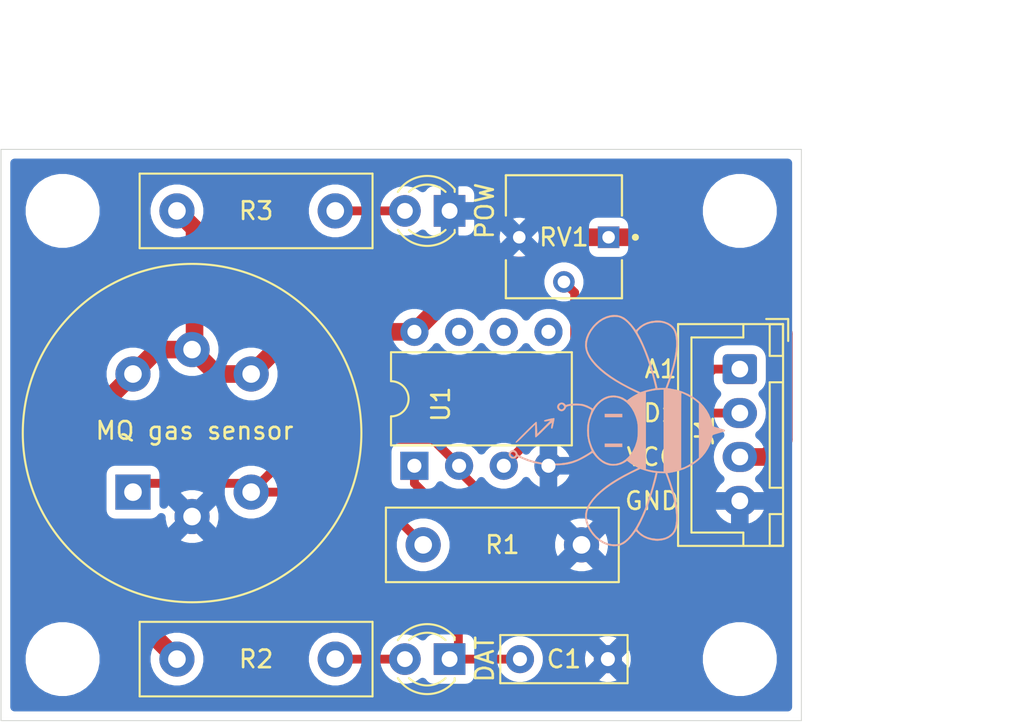
<source format=kicad_pcb>
(kicad_pcb (version 20171130) (host pcbnew "(5.1.7)-1")

  (general
    (thickness 1.6)
    (drawings 16)
    (tracks 53)
    (zones 0)
    (modules 15)
    (nets 8)
  )

  (page A4)
  (layers
    (0 F.Cu signal)
    (31 B.Cu signal)
    (32 B.Adhes user)
    (33 F.Adhes user)
    (34 B.Paste user)
    (35 F.Paste user)
    (36 B.SilkS user)
    (37 F.SilkS user)
    (38 B.Mask user)
    (39 F.Mask user)
    (40 Dwgs.User user)
    (41 Cmts.User user)
    (42 Eco1.User user)
    (43 Eco2.User user)
    (44 Edge.Cuts user)
    (45 Margin user)
    (46 B.CrtYd user)
    (47 F.CrtYd user)
    (48 B.Fab user)
    (49 F.Fab user hide)
  )

  (setup
    (last_trace_width 0.25)
    (user_trace_width 0.5)
    (user_trace_width 1)
    (trace_clearance 0.2)
    (zone_clearance 0.5)
    (zone_45_only no)
    (trace_min 0.2)
    (via_size 0.8)
    (via_drill 0.4)
    (via_min_size 0.4)
    (via_min_drill 0.3)
    (uvia_size 0.3)
    (uvia_drill 0.1)
    (uvias_allowed no)
    (uvia_min_size 0.2)
    (uvia_min_drill 0.1)
    (edge_width 0.05)
    (segment_width 0.2)
    (pcb_text_width 0.3)
    (pcb_text_size 1.5 1.5)
    (mod_edge_width 0.12)
    (mod_text_size 1 1)
    (mod_text_width 0.15)
    (pad_size 1.524 1.524)
    (pad_drill 0.762)
    (pad_to_mask_clearance 0.051)
    (solder_mask_min_width 0.25)
    (aux_axis_origin 127.5 116)
    (visible_elements 7FFFFFFF)
    (pcbplotparams
      (layerselection 0x00000_7fffffff)
      (usegerberextensions false)
      (usegerberattributes false)
      (usegerberadvancedattributes false)
      (creategerberjobfile false)
      (excludeedgelayer true)
      (linewidth 0.100000)
      (plotframeref false)
      (viasonmask false)
      (mode 1)
      (useauxorigin false)
      (hpglpennumber 1)
      (hpglpenspeed 20)
      (hpglpendiameter 15.000000)
      (psnegative false)
      (psa4output false)
      (plotreference true)
      (plotvalue true)
      (plotinvisibletext false)
      (padsonsilk false)
      (subtractmaskfromsilk false)
      (outputformat 1)
      (mirror false)
      (drillshape 0)
      (scaleselection 1)
      (outputdirectory "gerber/"))
  )

  (net 0 "")
  (net 1 GND)
  (net 2 D1)
  (net 3 "Net-(D1-Pad2)")
  (net 4 "Net-(D2-Pad2)")
  (net 5 A1)
  (net 6 +5V)
  (net 7 "Net-(RV1-Pad2)")

  (net_class Default "This is the default net class."
    (clearance 0.2)
    (trace_width 0.25)
    (via_dia 0.8)
    (via_drill 0.4)
    (uvia_dia 0.3)
    (uvia_drill 0.1)
    (add_net +5V)
    (add_net A1)
    (add_net D1)
    (add_net GND)
    (add_net "Net-(D1-Pad2)")
    (add_net "Net-(D2-Pad2)")
    (add_net "Net-(RV1-Pad2)")
  )

  (module logo-beehive:logo-beehive-13_2х12_3mm (layer B.Cu) (tedit 0) (tstamp 5F333469)
    (at 159 103 270)
    (fp_text reference G*** (at 0 0 270) (layer F.Fab) hide
      (effects (font (size 1.524 1.524) (thickness 0.3)) (justify mirror))
    )
    (fp_text value LOGO (at 0.75 0 270) (layer F.Fab) hide
      (effects (font (size 1.524 1.524) (thickness 0.3)) (justify mirror))
    )
    (fp_poly (pts (xy 1.43206 6.120166) (xy 1.503454 6.073142) (xy 1.559921 6.008476) (xy 1.581032 5.964856)
      (xy 1.593865 5.873691) (xy 1.57674 5.785701) (xy 1.533201 5.715331) (xy 1.516099 5.700251)
      (xy 1.467688 5.663735) (xy 1.578221 5.430076) (xy 1.727108 5.070831) (xy 1.840543 4.696426)
      (xy 1.919134 4.303945) (xy 1.963486 3.89047) (xy 1.974727 3.52425) (xy 1.968472 3.254768)
      (xy 1.949635 3.016151) (xy 1.916866 2.798448) (xy 1.868816 2.591708) (xy 1.831162 2.465917)
      (xy 1.775341 2.315525) (xy 1.699413 2.143173) (xy 1.609091 1.960448) (xy 1.510088 1.778936)
      (xy 1.413237 1.618242) (xy 1.359088 1.533164) (xy 1.31277 1.46029) (xy 1.279318 1.40755)
      (xy 1.263962 1.383188) (xy 1.272922 1.360831) (xy 1.309987 1.32386) (xy 1.366541 1.280635)
      (xy 1.485566 1.186452) (xy 1.60603 1.069788) (xy 1.717919 0.941929) (xy 1.811218 0.814157)
      (xy 1.867333 0.716323) (xy 1.930675 0.569934) (xy 1.969793 0.436509) (xy 1.988936 0.297681)
      (xy 1.992733 0.174046) (xy 1.972824 -0.037523) (xy 1.916179 -0.2426) (xy 1.825976 -0.431462)
      (xy 1.765043 -0.522471) (xy 1.714487 -0.589858) (xy 1.826412 -0.738638) (xy 1.892467 -0.832776)
      (xy 1.96279 -0.942954) (xy 2.023329 -1.047048) (xy 2.029151 -1.057858) (xy 2.119966 -1.228299)
      (xy 2.326967 -0.809941) (xy 2.529528 -0.41577) (xy 2.728446 -0.060195) (xy 2.925968 0.260113)
      (xy 3.124338 0.548479) (xy 3.325804 0.808231) (xy 3.53261 1.042696) (xy 3.674857 1.186891)
      (xy 3.903075 1.39058) (xy 4.125367 1.552904) (xy 4.34346 1.674134) (xy 4.559079 1.754543)
      (xy 4.773949 1.794401) (xy 4.989797 1.793979) (xy 5.208347 1.75355) (xy 5.431327 1.673383)
      (xy 5.66046 1.553752) (xy 5.730698 1.510182) (xy 5.936418 1.359298) (xy 6.11617 1.189458)
      (xy 6.268532 1.004543) (xy 6.392083 0.808436) (xy 6.485402 0.605019) (xy 6.547067 0.398173)
      (xy 6.575656 0.191781) (xy 6.569748 -0.010275) (xy 6.527923 -0.204113) (xy 6.448757 -0.385851)
      (xy 6.434124 -0.410919) (xy 6.357603 -0.518581) (xy 6.252706 -0.638779) (xy 6.127797 -0.763021)
      (xy 5.991244 -0.882818) (xy 5.894917 -0.958215) (xy 5.822702 -1.011959) (xy 5.764297 -1.055673)
      (xy 5.727332 -1.083632) (xy 5.718421 -1.090641) (xy 5.729233 -1.107326) (xy 5.764195 -1.14641)
      (xy 5.816941 -1.200953) (xy 5.847433 -1.231301) (xy 5.972834 -1.38081) (xy 6.080172 -1.561202)
      (xy 6.166057 -1.76365) (xy 6.227097 -1.979327) (xy 6.259905 -2.199408) (xy 6.264688 -2.31775)
      (xy 6.248239 -2.532891) (xy 6.200975 -2.735938) (xy 6.125624 -2.921822) (xy 6.024914 -3.085474)
      (xy 5.90157 -3.221825) (xy 5.758322 -3.325807) (xy 5.708485 -3.351528) (xy 5.51666 -3.420705)
      (xy 5.292588 -3.464272) (xy 5.037604 -3.4824) (xy 4.753038 -3.475259) (xy 4.440224 -3.44302)
      (xy 4.100495 -3.385852) (xy 3.735182 -3.303926) (xy 3.345619 -3.197412) (xy 2.933137 -3.066481)
      (xy 2.622883 -2.957251) (xy 2.420015 -2.883034) (xy 2.375755 -3.150725) (xy 2.297222 -3.507814)
      (xy 2.183067 -3.842569) (xy 2.032506 -4.156704) (xy 1.844757 -4.451936) (xy 1.692639 -4.646083)
      (xy 1.493841 -4.853344) (xy 1.272072 -5.035735) (xy 1.033674 -5.189397) (xy 0.784987 -5.310473)
      (xy 0.532353 -5.395104) (xy 0.420807 -5.419945) (xy 0.347502 -5.433874) (xy 0.290081 -5.445194)
      (xy 0.26311 -5.450967) (xy 0.248762 -5.472443) (xy 0.226571 -5.526577) (xy 0.1996 -5.605121)
      (xy 0.171723 -5.696995) (xy 0.140816 -5.805002) (xy 0.11069 -5.910264) (xy 0.085251 -5.999136)
      (xy 0.071153 -6.048375) (xy 0.046986 -6.117709) (xy 0.022473 -6.15217) (xy 0 -6.1595)
      (xy -0.028028 -6.147317) (xy -0.052073 -6.105941) (xy -0.071153 -6.048375) (xy -0.09021 -5.981812)
      (xy -0.117007 -5.888194) (xy -0.147637 -5.781167) (xy -0.171724 -5.696995) (xy -0.200404 -5.602632)
      (xy -0.227281 -5.524667) (xy -0.249292 -5.471345) (xy -0.26311 -5.450967) (xy -0.294536 -5.444293)
      (xy -0.354071 -5.432606) (xy -0.420807 -5.419945) (xy -0.673175 -5.352692) (xy -0.924402 -5.247282)
      (xy -1.168154 -5.107569) (xy -1.398092 -4.93741) (xy -1.60788 -4.740661) (xy -1.69266 -4.646083)
      (xy -1.904888 -4.363937) (xy -2.081305 -4.060034) (xy -2.222153 -3.733807) (xy -2.235909 -3.688292)
      (xy -2.137639 -3.688292) (xy -2.127817 -3.722941) (xy -2.101332 -3.786383) (xy -2.062268 -3.870509)
      (xy -2.014711 -3.967211) (xy -1.962745 -4.068382) (xy -1.910454 -4.165912) (xy -1.861923 -4.251694)
      (xy -1.821238 -4.31762) (xy -1.81864 -4.321504) (xy -1.757394 -4.408136) (xy -1.688266 -4.499664)
      (xy -1.634149 -4.566708) (xy -1.540024 -4.677833) (xy 1.541893 -4.677833) (xy 1.636143 -4.566708)
      (xy 1.720456 -4.459026) (xy 1.808588 -4.332138) (xy 1.895462 -4.194797) (xy 1.976001 -4.055756)
      (xy 2.045126 -3.923769) (xy 2.097761 -3.807588) (xy 2.128208 -3.718466) (xy 2.142422 -3.661833)
      (xy 0.002294 -3.661833) (xy -0.35868 -3.661929) (xy -0.679378 -3.662235) (xy -0.961855 -3.662776)
      (xy -1.208166 -3.663578) (xy -1.420368 -3.664665) (xy -1.600517 -3.666063) (xy -1.750668 -3.667799)
      (xy -1.872878 -3.669896) (xy -1.969203 -3.672381) (xy -2.041697 -3.675279) (xy -2.092418 -3.678615)
      (xy -2.123421 -3.682415) (xy -2.136761 -3.686704) (xy -2.137639 -3.688292) (xy -2.235909 -3.688292)
      (xy -2.327673 -3.38469) (xy -2.398108 -3.012117) (xy -2.402332 -2.98052) (xy -2.4152 -2.881291)
      (xy -2.620475 -2.95695) (xy -2.988085 -3.085552) (xy -3.347224 -3.197673) (xy -3.694166 -3.292564)
      (xy -4.025184 -3.369479) (xy -4.336553 -3.427671) (xy -4.624545 -3.466392) (xy -4.885435 -3.484896)
      (xy -5.115496 -3.482437) (xy -5.203575 -3.474797) (xy -5.430498 -3.438669) (xy -5.622117 -3.384561)
      (xy -5.782522 -3.30999) (xy -5.915806 -3.212474) (xy -6.026058 -3.08953) (xy -6.11737 -2.938674)
      (xy -6.130201 -2.9124) (xy -6.207108 -2.715391) (xy -6.249727 -2.515534) (xy -6.254372 -2.421532)
      (xy -6.155186 -2.421532) (xy -6.139927 -2.573867) (xy -6.105576 -2.715082) (xy -6.049603 -2.859586)
      (xy -6.043333 -2.873431) (xy -5.969828 -2.996516) (xy -5.869479 -3.112573) (xy -5.754321 -3.209416)
      (xy -5.654481 -3.267209) (xy -5.487882 -3.324533) (xy -5.289126 -3.362871) (xy -5.064114 -3.381771)
      (xy -4.818749 -3.380783) (xy -4.558933 -3.359454) (xy -4.517293 -3.354238) (xy -4.128959 -3.290041)
      (xy -3.714928 -3.196195) (xy -3.278785 -3.073624) (xy -2.824113 -2.923252) (xy -2.770098 -2.903966)
      (xy -2.429516 -2.78144) (xy -2.421688 -2.549749) (xy -2.328333 -2.549749) (xy -2.328333 -2.667)
      (xy 2.334801 -2.667) (xy 2.321748 -2.438859) (xy 2.311002 -2.31561) (xy 2.413129 -2.31561)
      (xy 2.418356 -2.543964) (xy 2.423583 -2.772319) (xy 2.50825 -2.806486) (xy 2.639054 -2.856739)
      (xy 2.798993 -2.914201) (xy 2.976367 -2.974921) (xy 3.159475 -3.034953) (xy 3.336615 -3.090346)
      (xy 3.444348 -3.122382) (xy 3.8377 -3.227133) (xy 4.203117 -3.305331) (xy 4.539667 -3.356863)
      (xy 4.846417 -3.381615) (xy 5.122436 -3.379473) (xy 5.346531 -3.353985) (xy 5.523699 -3.313711)
      (xy 5.668431 -3.258632) (xy 5.789235 -3.184709) (xy 5.884894 -3.098344) (xy 6.00255 -2.94668)
      (xy 6.086335 -2.775164) (xy 6.137074 -2.581201) (xy 6.155594 -2.362194) (xy 6.153632 -2.254652)
      (xy 6.124552 -1.994731) (xy 6.062751 -1.760714) (xy 5.968428 -1.553137) (xy 5.841782 -1.372536)
      (xy 5.811847 -1.338894) (xy 5.733325 -1.25714) (xy 5.67379 -1.205319) (xy 5.625766 -1.180322)
      (xy 5.581777 -1.179039) (xy 5.534347 -1.198358) (xy 5.509581 -1.213139) (xy 5.424731 -1.262545)
      (xy 5.309205 -1.32382) (xy 5.171513 -1.392817) (xy 5.020165 -1.465387) (xy 4.863671 -1.537385)
      (xy 4.710543 -1.604664) (xy 4.676135 -1.61927) (xy 4.504756 -1.687826) (xy 4.30197 -1.762879)
      (xy 4.075805 -1.841911) (xy 3.834288 -1.922404) (xy 3.585446 -2.001838) (xy 3.337307 -2.077695)
      (xy 3.097899 -2.147457) (xy 2.875248 -2.208605) (xy 2.677382 -2.25862) (xy 2.540742 -2.289252)
      (xy 2.413129 -2.31561) (xy 2.311002 -2.31561) (xy 2.309536 -2.298807) (xy 2.28898 -2.140645)
      (xy 2.262603 -1.979933) (xy 2.232929 -1.832232) (xy 2.206006 -1.725083) (xy 2.187704 -1.661583)
      (xy -2.189558 -1.661583) (xy -2.237159 -1.852083) (xy -2.271702 -2.013873) (xy -2.299919 -2.191806)
      (xy -2.319497 -2.368189) (xy -2.328122 -2.525326) (xy -2.328333 -2.549749) (xy -2.421688 -2.549749)
      (xy -2.421682 -2.549595) (xy -2.413849 -2.31775) (xy -2.630383 -2.267639) (xy -2.753294 -2.237418)
      (xy -2.907185 -2.196832) (xy -3.082764 -2.148569) (xy -3.27074 -2.095317) (xy -3.461822 -2.039763)
      (xy -3.646719 -1.984595) (xy -3.816139 -1.932502) (xy -3.960791 -1.88617) (xy -4.03225 -1.862109)
      (xy -4.259167 -1.780487) (xy -4.489805 -1.69167) (xy -4.717137 -1.59873) (xy -4.934133 -1.504739)
      (xy -5.133765 -1.412767) (xy -5.309003 -1.325887) (xy -5.452819 -1.247169) (xy -5.48866 -1.225682)
      (xy -5.54977 -1.1915) (xy -5.598139 -1.177656) (xy -5.643231 -1.186821) (xy -5.69451 -1.221665)
      (xy -5.761439 -1.284858) (xy -5.785762 -1.309517) (xy -5.926647 -1.4834) (xy -6.034156 -1.683047)
      (xy -6.10807 -1.9079) (xy -6.14817 -2.157404) (xy -6.153883 -2.243667) (xy -6.155186 -2.421532)
      (xy -6.254372 -2.421532) (xy -6.260346 -2.300638) (xy -6.257729 -2.233083) (xy -6.226242 -1.981244)
      (xy -6.162178 -1.745429) (xy -6.067551 -1.530539) (xy -5.944373 -1.341478) (xy -5.846473 -1.231301)
      (xy -5.787649 -1.171607) (xy -5.743452 -1.124018) (xy -5.720233 -1.095512) (xy -5.718421 -1.090641)
      (xy -5.737416 -1.076) (xy -5.782864 -1.041923) (xy -5.847149 -0.994103) (xy -5.896163 -0.957802)
      (xy -6.036673 -0.845537) (xy -6.171216 -0.722517) (xy -6.291276 -0.597397) (xy -6.388335 -0.478837)
      (xy -6.434124 -0.410938) (xy -6.519826 -0.229644) (xy -6.567538 -0.036336) (xy -6.576698 0.130721)
      (xy -6.474371 0.130721) (xy -6.473191 0.072612) (xy -6.466975 -0.028033) (xy -6.455836 -0.103707)
      (xy -6.435432 -0.171769) (xy -6.401423 -0.249577) (xy -6.383325 -0.286738) (xy -6.279216 -0.455206)
      (xy -6.134019 -0.623643) (xy -5.948974 -0.791329) (xy -5.725319 -0.957548) (xy -5.464294 -1.12158)
      (xy -5.167139 -1.282708) (xy -4.835093 -1.440213) (xy -4.469396 -1.593378) (xy -4.071287 -1.741484)
      (xy -3.642005 -1.883813) (xy -3.608917 -1.894133) (xy -3.482695 -1.932309) (xy -3.342935 -1.97284)
      (xy -3.195322 -2.014253) (xy -3.04554 -2.055076) (xy -2.899273 -2.093838) (xy -2.762205 -2.129066)
      (xy -2.640021 -2.15929) (xy -2.538404 -2.183036) (xy -2.463039 -2.198833) (xy -2.419611 -2.205208)
      (xy -2.411441 -2.204217) (xy -2.402629 -2.178787) (xy -2.388876 -2.121452) (xy -2.372422 -2.042029)
      (xy -2.362514 -1.989667) (xy -2.338486 -1.877192) (xy -2.305355 -1.74657) (xy -2.268745 -1.619339)
      (xy -2.252697 -1.569116) (xy -2.179663 -1.34965) (xy -2.183358 -1.341515) (xy 2.177478 -1.341515)
      (xy 2.244051 -1.54228) (xy 2.28239 -1.665657) (xy 2.318299 -1.795321) (xy 2.349438 -1.921369)
      (xy 2.373467 -2.033902) (xy 2.388047 -2.123019) (xy 2.391375 -2.165718) (xy 2.397337 -2.207617)
      (xy 2.41868 -2.216647) (xy 2.428875 -2.214283) (xy 2.461838 -2.205441) (xy 2.527591 -2.188565)
      (xy 2.617824 -2.165765) (xy 2.724226 -2.139146) (xy 2.772833 -2.127062) (xy 3.232351 -2.00586)
      (xy 3.66843 -1.876391) (xy 4.079379 -1.739517) (xy 4.463508 -1.596098) (xy 4.819125 -1.446995)
      (xy 5.144541 -1.293069) (xy 5.438063 -1.13518) (xy 5.698002 -0.97419) (xy 5.922666 -0.810958)
      (xy 6.110365 -0.646347) (xy 6.259408 -0.481216) (xy 6.368104 -0.316426) (xy 6.381822 -0.289777)
      (xy 6.421853 -0.204057) (xy 6.446976 -0.133398) (xy 6.461537 -0.060524) (xy 6.469882 0.031842)
      (xy 6.471962 0.068575) (xy 6.462838 0.294442) (xy 6.412405 0.51683) (xy 6.321668 0.733493)
      (xy 6.191633 0.942188) (xy 6.023305 1.140671) (xy 5.966125 1.197284) (xy 5.766493 1.365632)
      (xy 5.557315 1.50092) (xy 5.342541 1.601812) (xy 5.126117 1.666972) (xy 4.911992 1.695062)
      (xy 4.704115 1.684746) (xy 4.593167 1.662031) (xy 4.387735 1.587608) (xy 4.177683 1.472449)
      (xy 3.964044 1.317772) (xy 3.747853 1.124795) (xy 3.530145 0.894734) (xy 3.311953 0.628809)
      (xy 3.094314 0.328236) (xy 2.87826 -0.005766) (xy 2.664828 -0.37198) (xy 2.45505 -0.769189)
      (xy 2.355054 -0.972382) (xy 2.177478 -1.341515) (xy -2.183358 -1.341515) (xy -2.277089 -1.1352)
      (xy -2.465774 -0.740492) (xy -2.662322 -0.368714) (xy -2.865226 -0.021684) (xy -3.072982 0.29878)
      (xy -3.284083 0.590858) (xy -3.497025 0.852734) (xy -3.7103 1.082587) (xy -3.922405 1.278601)
      (xy -4.131834 1.438956) (xy -4.337079 1.561835) (xy -4.536638 1.645418) (xy -4.593167 1.662031)
      (xy -4.795887 1.694182) (xy -5.007041 1.687188) (xy -5.222679 1.642386) (xy -5.438855 1.56111)
      (xy -5.651619 1.444698) (xy -5.857023 1.294487) (xy -5.966125 1.197284) (xy -6.145852 1.001884)
      (xy -6.287541 0.795306) (xy -6.390191 0.579771) (xy -6.452802 0.357502) (xy -6.474371 0.130721)
      (xy -6.576698 0.130721) (xy -6.578596 0.16532) (xy -6.554333 0.37166) (xy -6.496084 0.579018)
      (xy -6.405183 0.783729) (xy -6.282964 0.982128) (xy -6.130761 1.17055) (xy -5.949908 1.345329)
      (xy -5.74174 1.502801) (xy -5.736167 1.506504) (xy -5.506474 1.640025) (xy -5.280832 1.733015)
      (xy -5.058132 1.785295) (xy -4.837266 1.796685) (xy -4.617125 1.767004) (xy -4.396601 1.696075)
      (xy -4.174584 1.583716) (xy -3.949968 1.429749) (xy -3.721642 1.233993) (xy -3.654356 1.169165)
      (xy -3.44055 0.943244) (xy -3.233249 0.693124) (xy -3.030276 0.415557) (xy -2.829455 0.1073)
      (xy -2.628608 -0.234894) (xy -2.425559 -0.614272) (xy -2.326766 -0.810349) (xy -2.119563 -1.229114)
      (xy -2.033701 -1.064349) (xy -1.977241 -0.964745) (xy -1.907743 -0.854441) (xy -1.839117 -0.755389)
      (xy -1.831163 -0.744721) (xy -1.714488 -0.589858) (xy -1.765043 -0.522471) (xy -1.871894 -0.346275)
      (xy -1.946887 -0.148664) (xy -1.986844 0.060642) (xy -1.992733 0.174046) (xy -1.991992 0.191732)
      (xy -1.89926 0.191732) (xy -1.881282 -0.007501) (xy -1.824984 -0.200746) (xy -1.732369 -0.385303)
      (xy -1.605442 -0.558471) (xy -1.446207 -0.717549) (xy -1.256669 -0.859837) (xy -1.038831 -0.982634)
      (xy -0.794698 -1.083241) (xy -0.775506 -1.089775) (xy -0.629104 -1.134665) (xy -0.491338 -1.166554)
      (xy -0.350688 -1.186926) (xy -0.195636 -1.197264) (xy -0.01466 -1.19905) (xy 0.0635 -1.197792)
      (xy 0.206888 -1.193732) (xy 0.319091 -1.187708) (xy 0.411255 -1.17845) (xy 0.494521 -1.164691)
      (xy 0.580035 -1.145161) (xy 0.621955 -1.134223) (xy 0.880514 -1.049416) (xy 1.114648 -0.941404)
      (xy 1.322301 -0.812694) (xy 1.501413 -0.665791) (xy 1.649927 -0.503203) (xy 1.765785 -0.327435)
      (xy 1.846929 -0.140994) (xy 1.891302 0.053613) (xy 1.896845 0.253881) (xy 1.876912 0.394252)
      (xy 1.812355 0.59807) (xy 1.709367 0.789594) (xy 1.570665 0.966469) (xy 1.398968 1.126336)
      (xy 1.196996 1.26684) (xy 0.967466 1.385623) (xy 0.713097 1.48033) (xy 0.581964 1.516797)
      (xy 0.487028 1.539316) (xy 0.405162 1.555186) (xy 0.325032 1.565537) (xy 0.235299 1.571497)
      (xy 0.124627 1.574196) (xy 0 1.57477) (xy -0.139018 1.574002) (xy -0.247093 1.570946)
      (xy -0.3356 1.564477) (xy -0.415913 1.553468) (xy -0.499407 1.536794) (xy -0.582083 1.517151)
      (xy -0.847356 1.435353) (xy -1.089143 1.328191) (xy -1.304725 1.198022) (xy -1.491383 1.047205)
      (xy -1.646397 0.878098) (xy -1.767047 0.693059) (xy -1.850614 0.494447) (xy -1.876912 0.394252)
      (xy -1.89926 0.191732) (xy -1.991992 0.191732) (xy -1.986205 0.329801) (xy -1.963009 0.46585)
      (xy -1.918896 0.600561) (xy -1.867333 0.716323) (xy -1.797047 0.835465) (xy -1.699865 0.964053)
      (xy -1.5858 1.090804) (xy -1.464867 1.204434) (xy -1.366529 1.280644) (xy -1.250107 1.360826)
      (xy -1.304064 1.447705) (xy -1.421534 1.672073) (xy -1.495648 1.883833) (xy -1.517288 1.998725)
      (xy -1.53047 2.141856) (xy -1.535202 2.299987) (xy -1.53149 2.459877) (xy -1.519343 2.608288)
      (xy -1.498768 2.731981) (xy -1.495169 2.746754) (xy -1.455754 2.900591) (xy -1.510315 2.943508)
      (xy -1.567689 3.012985) (xy -1.592934 3.098192) (xy -1.590839 3.12885) (xy -1.502833 3.12885)
      (xy -1.48538 3.079791) (xy -1.44278 3.030258) (xy -1.389675 2.994237) (xy -1.351702 2.9845)
      (xy -1.302789 2.998584) (xy -1.255489 3.030523) (xy -1.215581 3.091941) (xy -1.209998 3.158817)
      (xy -1.234394 3.220014) (xy -1.284426 3.264392) (xy -1.353131 3.280833) (xy -1.413839 3.262256)
      (xy -1.467108 3.215903) (xy -1.499082 3.155843) (xy -1.502833 3.12885) (xy -1.590839 3.12885)
      (xy -1.586783 3.188176) (xy -1.549972 3.271985) (xy -1.483828 3.338268) (xy -1.40109 3.378424)
      (xy -1.319725 3.381413) (xy -1.237793 3.353281) (xy -1.171818 3.301488) (xy -1.122792 3.224736)
      (xy -1.101034 3.139879) (xy -1.100746 3.129468) (xy -1.119632 3.052414) (xy -1.169181 2.978299)
      (xy -1.239081 2.920705) (xy -1.271103 2.90507) (xy -1.323474 2.879592) (xy -1.356137 2.845645)
      (xy -1.381097 2.78892) (xy -1.389211 2.764272) (xy -1.410397 2.669077) (xy -1.425292 2.544354)
      (xy -1.433571 2.402485) (xy -1.43491 2.255853) (xy -1.428986 2.116841) (xy -1.415475 1.997829)
      (xy -1.410023 1.9685) (xy -1.388377 1.888873) (xy -1.354907 1.79357) (xy -1.314086 1.692707)
      (xy -1.270382 1.596398) (xy -1.228268 1.514758) (xy -1.192213 1.457902) (xy -1.176955 1.441163)
      (xy -1.143873 1.437476) (xy -1.076926 1.454215) (xy -0.974737 1.49173) (xy -0.969606 1.493784)
      (xy -0.653294 1.598664) (xy -0.331911 1.662038) (xy -0.008113 1.683908) (xy 0.315447 1.664275)
      (xy 0.636116 1.60314) (xy 0.951238 1.500505) (xy 0.970358 1.492846) (xy 1.153583 1.418642)
      (xy 1.196603 1.471185) (xy 1.238437 1.528996) (xy 1.294417 1.615781) (xy 1.359504 1.722775)
      (xy 1.42866 1.841216) (xy 1.496846 1.962339) (xy 1.559022 2.077383) (xy 1.61015 2.177583)
      (xy 1.640786 2.243667) (xy 1.745852 2.53837) (xy 1.820755 2.857159) (xy 1.865768 3.194699)
      (xy 1.881167 3.545657) (xy 1.867228 3.904697) (xy 1.824226 4.266486) (xy 1.752435 4.62569)
      (xy 1.652132 4.976973) (xy 1.523592 5.315003) (xy 1.476931 5.418667) (xy 1.433739 5.509173)
      (xy 1.401409 5.569125) (xy 1.373469 5.606589) (xy 1.343442 5.629633) (xy 1.304854 5.646322)
      (xy 1.290044 5.6515) (xy 1.208628 5.695847) (xy 1.144237 5.761785) (xy 1.106531 5.837712)
      (xy 1.100667 5.878973) (xy 1.107469 5.911229) (xy 1.209386 5.911229) (xy 1.214621 5.846416)
      (xy 1.253069 5.787853) (xy 1.262271 5.780036) (xy 1.329602 5.742427) (xy 1.39002 5.745003)
      (xy 1.450837 5.788079) (xy 1.450879 5.788121) (xy 1.493981 5.84894) (xy 1.496585 5.909356)
      (xy 1.459002 5.97668) (xy 1.458964 5.976729) (xy 1.400539 6.023425) (xy 1.35313 6.0325)
      (xy 1.282623 6.015337) (xy 1.233381 5.971224) (xy 1.209386 5.911229) (xy 1.107469 5.911229)
      (xy 1.120229 5.971727) (xy 1.172774 6.051862) (xy 1.249087 6.110163) (xy 1.339955 6.137417)
      (xy 1.360027 6.138333) (xy 1.43206 6.120166)) (layer B.SilkS) (width 0.01))
    (fp_poly (pts (xy 0.684015 5.724645) (xy 0.676912 5.700199) (xy 0.649337 5.659054) (xy 0.59953 5.599057)
      (xy 0.525727 5.518055) (xy 0.426168 5.413895) (xy 0.29909 5.284424) (xy 0.177517 5.162266)
      (xy -0.348933 4.6355) (xy 0.016034 4.6355) (xy 0.14878 4.635174) (xy 0.244987 4.633805)
      (xy 0.310445 4.630809) (xy 0.350943 4.6256) (xy 0.372274 4.617595) (xy 0.380228 4.606208)
      (xy 0.381 4.598643) (xy 0.366524 4.574782) (xy 0.325596 4.525324) (xy 0.261965 4.454337)
      (xy 0.17938 4.365889) (xy 0.081593 4.264046) (xy -0.027649 4.152878) (xy -0.058019 4.122393)
      (xy -0.197404 3.981727) (xy -0.306407 3.869096) (xy -0.385697 3.783761) (xy -0.435942 3.724983)
      (xy -0.457812 3.692023) (xy -0.454894 3.683744) (xy -0.412394 3.688466) (xy -0.344726 3.699976)
      (xy -0.280812 3.712796) (xy -0.20628 3.727191) (xy -0.16156 3.730342) (xy -0.135618 3.722133)
      (xy -0.124017 3.711156) (xy -0.111047 3.688429) (xy -0.116976 3.669074) (xy -0.146537 3.650986)
      (xy -0.204458 3.632059) (xy -0.295471 3.610186) (xy -0.400506 3.588088) (xy -0.515584 3.564728)
      (xy -0.595876 3.548996) (xy -0.648082 3.540112) (xy -0.678907 3.537294) (xy -0.695052 3.539763)
      (xy -0.70322 3.546736) (xy -0.706856 3.552397) (xy -0.708575 3.582223) (xy -0.70107 3.642536)
      (xy -0.686516 3.723834) (xy -0.667087 3.816613) (xy -0.644956 3.911369) (xy -0.622299 3.9986)
      (xy -0.601288 4.0688) (xy -0.584098 4.112468) (xy -0.576564 4.121964) (xy -0.541018 4.124902)
      (xy -0.523334 4.097476) (xy -0.522914 4.036755) (xy -0.53916 3.939808) (xy -0.539255 3.939354)
      (xy -0.554901 3.863173) (xy -0.566361 3.803931) (xy -0.571427 3.773111) (xy -0.5715 3.771795)
      (xy -0.557243 3.782173) (xy -0.517106 3.818793) (xy -0.455038 3.877859) (xy -0.374987 3.955574)
      (xy -0.280904 4.048143) (xy -0.190211 4.138304) (xy 0.191078 4.519083) (xy -0.152914 4.529667)
      (xy -0.28413 4.534306) (xy -0.378675 4.539366) (xy -0.442212 4.545536) (xy -0.480403 4.553506)
      (xy -0.498911 4.563966) (xy -0.503051 4.572335) (xy -0.489879 4.593344) (xy -0.450375 4.639865)
      (xy -0.388525 4.707868) (xy -0.308318 4.79332) (xy -0.21374 4.89219) (xy -0.108777 5.000446)
      (xy 0.002582 5.114058) (xy 0.116351 5.228992) (xy 0.228543 5.341219) (xy 0.335171 5.446705)
      (xy 0.432247 5.54142) (xy 0.515785 5.621333) (xy 0.581798 5.68241) (xy 0.626299 5.720622)
      (xy 0.643854 5.732047) (xy 0.672408 5.734543) (xy 0.684015 5.724645)) (layer B.SilkS) (width 0.01))
    (fp_poly (pts (xy -0.762 -0.3175) (xy -0.9525 -0.3175) (xy -0.9525 0.677333) (xy -0.762 0.677333)
      (xy -0.762 -0.3175)) (layer B.SilkS) (width 0.01))
    (fp_poly (pts (xy 0.931333 -0.3175) (xy 0.740833 -0.3175) (xy 0.740833 0.677333) (xy 0.931333 0.677333)
      (xy 0.931333 -0.3175)) (layer B.SilkS) (width 0.01))
  )

  (module MountingHole:MountingHole_3.2mm_M3_DIN965 (layer F.Cu) (tedit 56D1B4CB) (tstamp 5F325354)
    (at 166 90.5)
    (descr "Mounting Hole 3.2mm, no annular, M3, DIN965")
    (tags "mounting hole 3.2mm no annular m3 din965")
    (attr virtual)
    (fp_text reference REF** (at 0 -3.8) (layer F.Fab)
      (effects (font (size 1 1) (thickness 0.15)))
    )
    (fp_text value MountingHole_3.2mm_M3_DIN965 (at 0 3.8) (layer F.Fab) hide
      (effects (font (size 1 1) (thickness 0.15)))
    )
    (fp_circle (center 0 0) (end 2.8 0) (layer Cmts.User) (width 0.15))
    (fp_circle (center 0 0) (end 3.05 0) (layer F.CrtYd) (width 0.05))
    (fp_text user %R (at 0.3 0) (layer F.Fab)
      (effects (font (size 1 1) (thickness 0.15)))
    )
    (pad 1 np_thru_hole circle (at 0 0) (size 3.2 3.2) (drill 3.2) (layers *.Cu *.Mask))
  )

  (module MountingHole:MountingHole_3.2mm_M3_DIN965 (layer F.Cu) (tedit 56D1B4CB) (tstamp 5F3251AF)
    (at 166 116)
    (descr "Mounting Hole 3.2mm, no annular, M3, DIN965")
    (tags "mounting hole 3.2mm no annular m3 din965")
    (attr virtual)
    (fp_text reference REF** (at 0 -3.8) (layer F.Fab)
      (effects (font (size 1 1) (thickness 0.15)))
    )
    (fp_text value MountingHole_3.2mm_M3_DIN965 (at 0 3.8) (layer F.Fab) hide
      (effects (font (size 1 1) (thickness 0.15)))
    )
    (fp_circle (center 0 0) (end 3.05 0) (layer F.CrtYd) (width 0.05))
    (fp_circle (center 0 0) (end 2.8 0) (layer Cmts.User) (width 0.15))
    (fp_text user %R (at 0.3 0) (layer F.Fab)
      (effects (font (size 1 1) (thickness 0.15)))
    )
    (pad 1 np_thru_hole circle (at 0 0) (size 3.2 3.2) (drill 3.2) (layers *.Cu *.Mask))
  )

  (module MountingHole:MountingHole_3.2mm_M3_DIN965 (layer F.Cu) (tedit 56D1B4CB) (tstamp 5F3251AF)
    (at 127.5 90.5)
    (descr "Mounting Hole 3.2mm, no annular, M3, DIN965")
    (tags "mounting hole 3.2mm no annular m3 din965")
    (attr virtual)
    (fp_text reference REF** (at 0 -3.8) (layer F.Fab)
      (effects (font (size 1 1) (thickness 0.15)))
    )
    (fp_text value MountingHole_3.2mm_M3_DIN965 (at 0 3.8) (layer F.Fab) hide
      (effects (font (size 1 1) (thickness 0.15)))
    )
    (fp_circle (center 0 0) (end 3.05 0) (layer F.CrtYd) (width 0.05))
    (fp_circle (center 0 0) (end 2.8 0) (layer Cmts.User) (width 0.15))
    (fp_text user %R (at 0.3 0) (layer F.Fab)
      (effects (font (size 1 1) (thickness 0.15)))
    )
    (pad 1 np_thru_hole circle (at 0 0) (size 3.2 3.2) (drill 3.2) (layers *.Cu *.Mask))
  )

  (module MountingHole:MountingHole_3.2mm_M3_DIN965 (layer F.Cu) (tedit 56D1B4CB) (tstamp 5F325196)
    (at 127.5 116)
    (descr "Mounting Hole 3.2mm, no annular, M3, DIN965")
    (tags "mounting hole 3.2mm no annular m3 din965")
    (attr virtual)
    (fp_text reference REF** (at 0 -3.8) (layer F.Fab)
      (effects (font (size 1 1) (thickness 0.15)))
    )
    (fp_text value MountingHole_3.2mm_M3_DIN965 (at 0 3.8) (layer F.Fab) hide
      (effects (font (size 1 1) (thickness 0.15)))
    )
    (fp_circle (center 0 0) (end 2.8 0) (layer Cmts.User) (width 0.15))
    (fp_circle (center 0 0) (end 3.05 0) (layer F.CrtYd) (width 0.05))
    (fp_text user %R (at 0.3 0) (layer F.Fab)
      (effects (font (size 1 1) (thickness 0.15)))
    )
    (pad 1 np_thru_hole circle (at 0 0) (size 3.2 3.2) (drill 3.2) (layers *.Cu *.Mask))
  )

  (module Sensor:MQ-6 (layer F.Cu) (tedit 5D9B6A52) (tstamp 5F3232C7)
    (at 131.5 106.5 90)
    (descr "Gas Sensor, 6 pin, https://www.winsen-sensor.com/d/files/semiconductor/mq-6.pdf")
    (tags "gas sensor")
    (path /5F30F730)
    (fp_text reference A1 (at 10 0 180) (layer F.SilkS) hide
      (effects (font (size 1 1) (thickness 0.15)))
    )
    (fp_text value MQ-135 (at 3.36 14.36 90) (layer F.Fab)
      (effects (font (size 1 1) (thickness 0.15)))
    )
    (fp_circle (center 3.36 3.36) (end 12.86 3.36) (layer F.Fab) (width 0.1))
    (fp_circle (center 3.36 3.36) (end 12.985 3.36) (layer F.SilkS) (width 0.12))
    (fp_circle (center 3.36 3.36) (end 13.11 3.36) (layer F.CrtYd) (width 0.05))
    (fp_text user %R (at 3.65 3.68 90) (layer F.Fab)
      (effects (font (size 1 1) (thickness 0.15)))
    )
    (pad 6 thru_hole circle (at 6.72 0) (size 2 2) (drill 1) (layers *.Cu *.Mask)
      (net 6 +5V))
    (pad 4 thru_hole circle (at 6.72 6.72 270) (size 2 2) (drill 1) (layers *.Cu *.Mask)
      (net 6 +5V))
    (pad 3 thru_hole circle (at 0 6.72 180) (size 2 2) (drill 1) (layers *.Cu *.Mask)
      (net 5 A1))
    (pad 1 thru_hole rect (at 0 0 90) (size 2 2) (drill 1) (layers *.Cu *.Mask)
      (net 5 A1))
    (pad 5 thru_hole circle (at 8.11 3.36 90) (size 2 2) (drill 1) (layers *.Cu *.Mask)
      (net 6 +5V))
    (pad 2 thru_hole circle (at -1.39 3.36 90) (size 2 2) (drill 1) (layers *.Cu *.Mask)
      (net 1 GND))
    (model "E:/Program Files (x86)/KiCad/share/kicad/modules/Sensor.3dshapes/mq sensor.STEP"
      (offset (xyz 3.35 -3.42 0))
      (scale (xyz 0.45 0.45 0.45))
      (rotate (xyz -90 0 0))
    )
    (model "E:/Program Files (x86)/BeeHive/hardware/kicad_libraries/modules/BeeHive.3dshapes/mq sensor.STEP"
      (offset (xyz 3.35 -3.42 0))
      (scale (xyz 0.45 0.45 0.45))
      (rotate (xyz -90 0 0))
    )
  )

  (module Package_DIP:DIP-8_W7.62mm (layer F.Cu) (tedit 5A02E8C5) (tstamp 5F3232B9)
    (at 147.5 105 90)
    (descr "8-lead though-hole mounted DIP package, row spacing 7.62 mm (300 mils)")
    (tags "THT DIP DIL PDIP 2.54mm 7.62mm 300mil")
    (path /5F311FD8)
    (fp_text reference U1 (at 3.5 1.5 90) (layer F.SilkS)
      (effects (font (size 1 1) (thickness 0.15)))
    )
    (fp_text value LM393 (at 3.81 9.95 90) (layer F.Fab)
      (effects (font (size 1 1) (thickness 0.15)))
    )
    (fp_line (start 1.635 -1.27) (end 6.985 -1.27) (layer F.Fab) (width 0.1))
    (fp_line (start 6.985 -1.27) (end 6.985 8.89) (layer F.Fab) (width 0.1))
    (fp_line (start 6.985 8.89) (end 0.635 8.89) (layer F.Fab) (width 0.1))
    (fp_line (start 0.635 8.89) (end 0.635 -0.27) (layer F.Fab) (width 0.1))
    (fp_line (start 0.635 -0.27) (end 1.635 -1.27) (layer F.Fab) (width 0.1))
    (fp_line (start 2.81 -1.33) (end 1.16 -1.33) (layer F.SilkS) (width 0.12))
    (fp_line (start 1.16 -1.33) (end 1.16 8.95) (layer F.SilkS) (width 0.12))
    (fp_line (start 1.16 8.95) (end 6.46 8.95) (layer F.SilkS) (width 0.12))
    (fp_line (start 6.46 8.95) (end 6.46 -1.33) (layer F.SilkS) (width 0.12))
    (fp_line (start 6.46 -1.33) (end 4.81 -1.33) (layer F.SilkS) (width 0.12))
    (fp_line (start -1.1 -1.55) (end -1.1 9.15) (layer F.CrtYd) (width 0.05))
    (fp_line (start -1.1 9.15) (end 8.7 9.15) (layer F.CrtYd) (width 0.05))
    (fp_line (start 8.7 9.15) (end 8.7 -1.55) (layer F.CrtYd) (width 0.05))
    (fp_line (start 8.7 -1.55) (end -1.1 -1.55) (layer F.CrtYd) (width 0.05))
    (fp_text user %R (at 3.81 3.81 90) (layer F.Fab)
      (effects (font (size 1 1) (thickness 0.15)))
    )
    (fp_arc (start 3.81 -1.33) (end 2.81 -1.33) (angle -180) (layer F.SilkS) (width 0.12))
    (pad 8 thru_hole oval (at 7.62 0 90) (size 1.6 1.6) (drill 0.8) (layers *.Cu *.Mask)
      (net 6 +5V))
    (pad 4 thru_hole oval (at 0 7.62 90) (size 1.6 1.6) (drill 0.8) (layers *.Cu *.Mask)
      (net 1 GND))
    (pad 7 thru_hole oval (at 7.62 2.54 90) (size 1.6 1.6) (drill 0.8) (layers *.Cu *.Mask))
    (pad 3 thru_hole oval (at 0 5.08 90) (size 1.6 1.6) (drill 0.8) (layers *.Cu *.Mask)
      (net 7 "Net-(RV1-Pad2)"))
    (pad 6 thru_hole oval (at 7.62 5.08 90) (size 1.6 1.6) (drill 0.8) (layers *.Cu *.Mask))
    (pad 2 thru_hole oval (at 0 2.54 90) (size 1.6 1.6) (drill 0.8) (layers *.Cu *.Mask)
      (net 5 A1))
    (pad 5 thru_hole oval (at 7.62 7.62 90) (size 1.6 1.6) (drill 0.8) (layers *.Cu *.Mask))
    (pad 1 thru_hole rect (at 0 0 90) (size 1.6 1.6) (drill 0.8) (layers *.Cu *.Mask)
      (net 2 D1))
    (model ${KISYS3DMOD}/Package_DIP.3dshapes/DIP-8_W7.62mm.wrl
      (at (xyz 0 0 0))
      (scale (xyz 1 1 1))
      (rotate (xyz 0 0 0))
    )
  )

  (module 3362P-1-103:TRIM_3362P-1-103 (layer F.Cu) (tedit 5F314176) (tstamp 5F32329D)
    (at 156 92 180)
    (path /5F3115AA)
    (fp_text reference RV1 (at 0 0) (layer F.SilkS)
      (effects (font (size 1 1) (thickness 0.15)))
    )
    (fp_text value R_POT (at 6.7769 4.67565) (layer F.Fab)
      (effects (font (size 1.002394 1.002394) (thickness 0.015)))
    )
    (fp_circle (center -4.064 0) (end -3.964 0) (layer F.SilkS) (width 0.2))
    (fp_line (start 3.3 3.53) (end -3.3 3.53) (layer F.SilkS) (width 0.127))
    (fp_line (start -3.3 3.53) (end -3.3 -3.47) (layer F.Fab) (width 0.127))
    (fp_line (start 3.3 3.53) (end -3.3 3.53) (layer F.Fab) (width 0.127))
    (fp_line (start 3.3 -3.47) (end 3.3 3.53) (layer F.Fab) (width 0.127))
    (fp_line (start -3.3 -3.47) (end 3.3 -3.47) (layer F.Fab) (width 0.127))
    (fp_line (start 3.55 -3.72) (end 3.55 3.78) (layer F.CrtYd) (width 0.05))
    (fp_line (start -3.55 -3.72) (end 3.55 -3.72) (layer F.CrtYd) (width 0.05))
    (fp_line (start -3.55 3.78) (end -3.55 -3.72) (layer F.CrtYd) (width 0.05))
    (fp_line (start 3.55 3.78) (end -3.55 3.78) (layer F.CrtYd) (width 0.05))
    (fp_line (start 3.3 1.235) (end 3.3 3.52) (layer F.SilkS) (width 0.127))
    (fp_line (start 3.3 -3.47) (end 3.3 -1.305) (layer F.SilkS) (width 0.127))
    (fp_line (start -3.3 -3.47) (end 3.3 -3.47) (layer F.SilkS) (width 0.127))
    (fp_line (start -3.3 -1.305) (end -3.3 -3.47) (layer F.SilkS) (width 0.127))
    (fp_line (start -3.3 3.52) (end -3.3 1.235) (layer F.SilkS) (width 0.127))
    (pad 3 thru_hole circle (at 2.54 0 180) (size 1.222 1.222) (drill 0.714) (layers *.Cu *.Mask)
      (net 1 GND))
    (pad 2 thru_hole circle (at 0 -2.54 180) (size 1.222 1.222) (drill 0.714) (layers *.Cu *.Mask)
      (net 7 "Net-(RV1-Pad2)"))
    (pad 1 thru_hole rect (at -2.54 0 180) (size 1.222 1.222) (drill 0.714) (layers *.Cu *.Mask)
      (net 6 +5V))
    (model "E:/Program Files (x86)/KiCad/share/kicad/modules/3362P-1-103.pretty/Bourns_-_3362P-1-103LF.step"
      (at (xyz 0 0 0))
      (scale (xyz 1 1 1))
      (rotate (xyz 0 0 0))
    )
    (model "E:/Program Files (x86)/BeeHive/hardware/kicad_libraries/modules/BeeHive.3dshapes/Bourns_-_3362P-1-103LF.step"
      (at (xyz 0 0 0))
      (scale (xyz 1 1 1))
      (rotate (xyz 0 0 0))
    )
  )

  (module Resistor_THT:R_Box_L13.0mm_W4.0mm_P9.00mm (layer F.Cu) (tedit 5AE5139B) (tstamp 5F323287)
    (at 134 90.5)
    (descr "Resistor, Box series, Radial, pin pitch=9.00mm, 2W, length*width=13.0*4.0mm^2, http://www.produktinfo.conrad.com/datenblaetter/425000-449999/443860-da-01-de-METALLBAND_WIDERSTAND_0_1_OHM_5W_5Pr.pdf")
    (tags "Resistor Box series Radial pin pitch 9.00mm 2W length 13.0mm width 4.0mm")
    (path /5F35CEC6)
    (fp_text reference R3 (at 4.5 0) (layer F.SilkS)
      (effects (font (size 1 1) (thickness 0.15)))
    )
    (fp_text value 1k (at 4.5 3.25) (layer F.Fab)
      (effects (font (size 1 1) (thickness 0.15)))
    )
    (fp_line (start 11.25 -2.25) (end -2.25 -2.25) (layer F.CrtYd) (width 0.05))
    (fp_line (start 11.25 2.25) (end 11.25 -2.25) (layer F.CrtYd) (width 0.05))
    (fp_line (start -2.25 2.25) (end 11.25 2.25) (layer F.CrtYd) (width 0.05))
    (fp_line (start -2.25 -2.25) (end -2.25 2.25) (layer F.CrtYd) (width 0.05))
    (fp_line (start 11.12 -2.12) (end 11.12 2.12) (layer F.SilkS) (width 0.12))
    (fp_line (start -2.12 -2.12) (end -2.12 2.12) (layer F.SilkS) (width 0.12))
    (fp_line (start -2.12 2.12) (end 11.12 2.12) (layer F.SilkS) (width 0.12))
    (fp_line (start -2.12 -2.12) (end 11.12 -2.12) (layer F.SilkS) (width 0.12))
    (fp_line (start 11 -2) (end -2 -2) (layer F.Fab) (width 0.1))
    (fp_line (start 11 2) (end 11 -2) (layer F.Fab) (width 0.1))
    (fp_line (start -2 2) (end 11 2) (layer F.Fab) (width 0.1))
    (fp_line (start -2 -2) (end -2 2) (layer F.Fab) (width 0.1))
    (fp_text user %R (at 4.5 0) (layer F.Fab)
      (effects (font (size 1 1) (thickness 0.15)))
    )
    (pad 1 thru_hole circle (at 0 0) (size 2 2) (drill 1) (layers *.Cu *.Mask)
      (net 6 +5V))
    (pad 2 thru_hole circle (at 9 0) (size 2 2) (drill 1) (layers *.Cu *.Mask)
      (net 4 "Net-(D2-Pad2)"))
    (model ${KISYS3DMOD}/Resistor_THT.3dshapes/R_Box_L13.0mm_W4.0mm_P9.00mm.wrl
      (at (xyz 0 0 0))
      (scale (xyz 1 1 1))
      (rotate (xyz 0 0 0))
    )
  )

  (module Resistor_THT:R_Box_L13.0mm_W4.0mm_P9.00mm (layer F.Cu) (tedit 5AE5139B) (tstamp 5F323274)
    (at 134 116)
    (descr "Resistor, Box series, Radial, pin pitch=9.00mm, 2W, length*width=13.0*4.0mm^2, http://www.produktinfo.conrad.com/datenblaetter/425000-449999/443860-da-01-de-METALLBAND_WIDERSTAND_0_1_OHM_5W_5Pr.pdf")
    (tags "Resistor Box series Radial pin pitch 9.00mm 2W length 13.0mm width 4.0mm")
    (path /5F35167D)
    (fp_text reference R2 (at 4.5 0) (layer F.SilkS)
      (effects (font (size 1 1) (thickness 0.15)))
    )
    (fp_text value 1k (at 4.5 3.25) (layer F.Fab)
      (effects (font (size 1 1) (thickness 0.15)))
    )
    (fp_line (start -2 -2) (end -2 2) (layer F.Fab) (width 0.1))
    (fp_line (start -2 2) (end 11 2) (layer F.Fab) (width 0.1))
    (fp_line (start 11 2) (end 11 -2) (layer F.Fab) (width 0.1))
    (fp_line (start 11 -2) (end -2 -2) (layer F.Fab) (width 0.1))
    (fp_line (start -2.12 -2.12) (end 11.12 -2.12) (layer F.SilkS) (width 0.12))
    (fp_line (start -2.12 2.12) (end 11.12 2.12) (layer F.SilkS) (width 0.12))
    (fp_line (start -2.12 -2.12) (end -2.12 2.12) (layer F.SilkS) (width 0.12))
    (fp_line (start 11.12 -2.12) (end 11.12 2.12) (layer F.SilkS) (width 0.12))
    (fp_line (start -2.25 -2.25) (end -2.25 2.25) (layer F.CrtYd) (width 0.05))
    (fp_line (start -2.25 2.25) (end 11.25 2.25) (layer F.CrtYd) (width 0.05))
    (fp_line (start 11.25 2.25) (end 11.25 -2.25) (layer F.CrtYd) (width 0.05))
    (fp_line (start 11.25 -2.25) (end -2.25 -2.25) (layer F.CrtYd) (width 0.05))
    (fp_text user %R (at 4.5 0) (layer F.Fab)
      (effects (font (size 1 1) (thickness 0.15)))
    )
    (pad 2 thru_hole circle (at 9 0) (size 2 2) (drill 1) (layers *.Cu *.Mask)
      (net 3 "Net-(D1-Pad2)"))
    (pad 1 thru_hole circle (at 0 0) (size 2 2) (drill 1) (layers *.Cu *.Mask)
      (net 6 +5V))
    (model ${KISYS3DMOD}/Resistor_THT.3dshapes/R_Box_L13.0mm_W4.0mm_P9.00mm.wrl
      (at (xyz 0 0 0))
      (scale (xyz 1 1 1))
      (rotate (xyz 0 0 0))
    )
  )

  (module Resistor_THT:R_Box_L13.0mm_W4.0mm_P9.00mm (layer F.Cu) (tedit 5AE5139B) (tstamp 5F323261)
    (at 148 109.5)
    (descr "Resistor, Box series, Radial, pin pitch=9.00mm, 2W, length*width=13.0*4.0mm^2, http://www.produktinfo.conrad.com/datenblaetter/425000-449999/443860-da-01-de-METALLBAND_WIDERSTAND_0_1_OHM_5W_5Pr.pdf")
    (tags "Resistor Box series Radial pin pitch 9.00mm 2W length 13.0mm width 4.0mm")
    (path /5F31E868)
    (fp_text reference R1 (at 4.5 0) (layer F.SilkS)
      (effects (font (size 1 1) (thickness 0.15)))
    )
    (fp_text value 4,7k (at 4.5 3.25) (layer F.Fab)
      (effects (font (size 1 1) (thickness 0.15)))
    )
    (fp_line (start 11.25 -2.25) (end -2.25 -2.25) (layer F.CrtYd) (width 0.05))
    (fp_line (start 11.25 2.25) (end 11.25 -2.25) (layer F.CrtYd) (width 0.05))
    (fp_line (start -2.25 2.25) (end 11.25 2.25) (layer F.CrtYd) (width 0.05))
    (fp_line (start -2.25 -2.25) (end -2.25 2.25) (layer F.CrtYd) (width 0.05))
    (fp_line (start 11.12 -2.12) (end 11.12 2.12) (layer F.SilkS) (width 0.12))
    (fp_line (start -2.12 -2.12) (end -2.12 2.12) (layer F.SilkS) (width 0.12))
    (fp_line (start -2.12 2.12) (end 11.12 2.12) (layer F.SilkS) (width 0.12))
    (fp_line (start -2.12 -2.12) (end 11.12 -2.12) (layer F.SilkS) (width 0.12))
    (fp_line (start 11 -2) (end -2 -2) (layer F.Fab) (width 0.1))
    (fp_line (start 11 2) (end 11 -2) (layer F.Fab) (width 0.1))
    (fp_line (start -2 2) (end 11 2) (layer F.Fab) (width 0.1))
    (fp_line (start -2 -2) (end -2 2) (layer F.Fab) (width 0.1))
    (fp_text user %R (at 4.5 0) (layer F.Fab)
      (effects (font (size 1 1) (thickness 0.15)))
    )
    (pad 1 thru_hole circle (at 0 0) (size 2 2) (drill 1) (layers *.Cu *.Mask)
      (net 5 A1))
    (pad 2 thru_hole circle (at 9 0) (size 2 2) (drill 1) (layers *.Cu *.Mask)
      (net 1 GND))
    (model ${KISYS3DMOD}/Resistor_THT.3dshapes/R_Box_L13.0mm_W4.0mm_P9.00mm.wrl
      (at (xyz 0 0 0))
      (scale (xyz 1 1 1))
      (rotate (xyz 0 0 0))
    )
  )

  (module Connector_JST:JST_XH_B4B-XH-A_1x04_P2.50mm_Vertical (layer F.Cu) (tedit 5C28146C) (tstamp 5F3247E5)
    (at 166 99.5 270)
    (descr "JST XH series connector, B4B-XH-A (http://www.jst-mfg.com/product/pdf/eng/eXH.pdf), generated with kicad-footprint-generator")
    (tags "connector JST XH vertical")
    (path /5F32E16E)
    (fp_text reference J1 (at 3.5 2 270) (layer F.SilkS)
      (effects (font (size 1 1) (thickness 0.15)))
    )
    (fp_text value Conn_01x04 (at 3.75 4.6 90) (layer F.Fab)
      (effects (font (size 1 1) (thickness 0.15)))
    )
    (fp_line (start -2.45 -2.35) (end -2.45 3.4) (layer F.Fab) (width 0.1))
    (fp_line (start -2.45 3.4) (end 9.95 3.4) (layer F.Fab) (width 0.1))
    (fp_line (start 9.95 3.4) (end 9.95 -2.35) (layer F.Fab) (width 0.1))
    (fp_line (start 9.95 -2.35) (end -2.45 -2.35) (layer F.Fab) (width 0.1))
    (fp_line (start -2.56 -2.46) (end -2.56 3.51) (layer F.SilkS) (width 0.12))
    (fp_line (start -2.56 3.51) (end 10.06 3.51) (layer F.SilkS) (width 0.12))
    (fp_line (start 10.06 3.51) (end 10.06 -2.46) (layer F.SilkS) (width 0.12))
    (fp_line (start 10.06 -2.46) (end -2.56 -2.46) (layer F.SilkS) (width 0.12))
    (fp_line (start -2.95 -2.85) (end -2.95 3.9) (layer F.CrtYd) (width 0.05))
    (fp_line (start -2.95 3.9) (end 10.45 3.9) (layer F.CrtYd) (width 0.05))
    (fp_line (start 10.45 3.9) (end 10.45 -2.85) (layer F.CrtYd) (width 0.05))
    (fp_line (start 10.45 -2.85) (end -2.95 -2.85) (layer F.CrtYd) (width 0.05))
    (fp_line (start -0.625 -2.35) (end 0 -1.35) (layer F.Fab) (width 0.1))
    (fp_line (start 0 -1.35) (end 0.625 -2.35) (layer F.Fab) (width 0.1))
    (fp_line (start 0.75 -2.45) (end 0.75 -1.7) (layer F.SilkS) (width 0.12))
    (fp_line (start 0.75 -1.7) (end 6.75 -1.7) (layer F.SilkS) (width 0.12))
    (fp_line (start 6.75 -1.7) (end 6.75 -2.45) (layer F.SilkS) (width 0.12))
    (fp_line (start 6.75 -2.45) (end 0.75 -2.45) (layer F.SilkS) (width 0.12))
    (fp_line (start -2.55 -2.45) (end -2.55 -1.7) (layer F.SilkS) (width 0.12))
    (fp_line (start -2.55 -1.7) (end -0.75 -1.7) (layer F.SilkS) (width 0.12))
    (fp_line (start -0.75 -1.7) (end -0.75 -2.45) (layer F.SilkS) (width 0.12))
    (fp_line (start -0.75 -2.45) (end -2.55 -2.45) (layer F.SilkS) (width 0.12))
    (fp_line (start 8.25 -2.45) (end 8.25 -1.7) (layer F.SilkS) (width 0.12))
    (fp_line (start 8.25 -1.7) (end 10.05 -1.7) (layer F.SilkS) (width 0.12))
    (fp_line (start 10.05 -1.7) (end 10.05 -2.45) (layer F.SilkS) (width 0.12))
    (fp_line (start 10.05 -2.45) (end 8.25 -2.45) (layer F.SilkS) (width 0.12))
    (fp_line (start -2.55 -0.2) (end -1.8 -0.2) (layer F.SilkS) (width 0.12))
    (fp_line (start -1.8 -0.2) (end -1.8 2.75) (layer F.SilkS) (width 0.12))
    (fp_line (start -1.8 2.75) (end 3.75 2.75) (layer F.SilkS) (width 0.12))
    (fp_line (start 10.05 -0.2) (end 9.3 -0.2) (layer F.SilkS) (width 0.12))
    (fp_line (start 9.3 -0.2) (end 9.3 2.75) (layer F.SilkS) (width 0.12))
    (fp_line (start 9.3 2.75) (end 3.75 2.75) (layer F.SilkS) (width 0.12))
    (fp_line (start -1.6 -2.75) (end -2.85 -2.75) (layer F.SilkS) (width 0.12))
    (fp_line (start -2.85 -2.75) (end -2.85 -1.5) (layer F.SilkS) (width 0.12))
    (fp_text user %R (at 3.75 2.7 90) (layer F.Fab)
      (effects (font (size 1 1) (thickness 0.15)))
    )
    (pad 4 thru_hole oval (at 7.5 0 270) (size 1.7 1.95) (drill 0.95) (layers *.Cu *.Mask)
      (net 1 GND))
    (pad 3 thru_hole oval (at 5 0 270) (size 1.7 1.95) (drill 0.95) (layers *.Cu *.Mask)
      (net 6 +5V))
    (pad 2 thru_hole oval (at 2.5 0 270) (size 1.7 1.95) (drill 0.95) (layers *.Cu *.Mask)
      (net 2 D1))
    (pad 1 thru_hole roundrect (at 0 0 270) (size 1.7 1.95) (drill 0.95) (layers *.Cu *.Mask) (roundrect_rratio 0.1470588235294118)
      (net 5 A1))
    (model ${KISYS3DMOD}/Connector_JST.3dshapes/JST_XH_B4B-XH-A_1x04_P2.50mm_Vertical.wrl
      (at (xyz 0 0 0))
      (scale (xyz 1 1 1))
      (rotate (xyz 0 0 0))
    )
  )

  (module LED_THT:LED_D3.0mm (layer F.Cu) (tedit 587A3A7B) (tstamp 5F32468F)
    (at 149.5 90.5 180)
    (descr "LED, diameter 3.0mm, 2 pins")
    (tags "LED diameter 3.0mm 2 pins")
    (path /5F35CECD)
    (fp_text reference D2 (at 3 -3) (layer F.SilkS) hide
      (effects (font (size 1 1) (thickness 0.15)))
    )
    (fp_text value LED (at 1.27 2.96) (layer F.Fab)
      (effects (font (size 1 1) (thickness 0.15)))
    )
    (fp_line (start 3.7 -2.25) (end -1.15 -2.25) (layer F.CrtYd) (width 0.05))
    (fp_line (start 3.7 2.25) (end 3.7 -2.25) (layer F.CrtYd) (width 0.05))
    (fp_line (start -1.15 2.25) (end 3.7 2.25) (layer F.CrtYd) (width 0.05))
    (fp_line (start -1.15 -2.25) (end -1.15 2.25) (layer F.CrtYd) (width 0.05))
    (fp_line (start -0.29 1.08) (end -0.29 1.236) (layer F.SilkS) (width 0.12))
    (fp_line (start -0.29 -1.236) (end -0.29 -1.08) (layer F.SilkS) (width 0.12))
    (fp_line (start -0.23 -1.16619) (end -0.23 1.16619) (layer F.Fab) (width 0.1))
    (fp_circle (center 1.27 0) (end 2.77 0) (layer F.Fab) (width 0.1))
    (fp_arc (start 1.27 0) (end -0.23 -1.16619) (angle 284.3) (layer F.Fab) (width 0.1))
    (fp_arc (start 1.27 0) (end -0.29 -1.235516) (angle 108.8) (layer F.SilkS) (width 0.12))
    (fp_arc (start 1.27 0) (end -0.29 1.235516) (angle -108.8) (layer F.SilkS) (width 0.12))
    (fp_arc (start 1.27 0) (end 0.229039 -1.08) (angle 87.9) (layer F.SilkS) (width 0.12))
    (fp_arc (start 1.27 0) (end 0.229039 1.08) (angle -87.9) (layer F.SilkS) (width 0.12))
    (pad 1 thru_hole rect (at 0 0 180) (size 1.8 1.8) (drill 0.9) (layers *.Cu *.Mask)
      (net 1 GND))
    (pad 2 thru_hole circle (at 2.54 0 180) (size 1.8 1.8) (drill 0.9) (layers *.Cu *.Mask)
      (net 4 "Net-(D2-Pad2)"))
    (model ${KISYS3DMOD}/LED_THT.3dshapes/LED_D3.0mm.wrl
      (at (xyz 0 0 0))
      (scale (xyz 1 1 1))
      (rotate (xyz 0 0 0))
    )
  )

  (module LED_THT:LED_D3.0mm (layer F.Cu) (tedit 587A3A7B) (tstamp 5F323210)
    (at 149.5 116 180)
    (descr "LED, diameter 3.0mm, 2 pins")
    (tags "LED diameter 3.0mm 2 pins")
    (path /5F352244)
    (fp_text reference D1 (at 3 3 180) (layer F.SilkS) hide
      (effects (font (size 1 1) (thickness 0.15)))
    )
    (fp_text value LED (at 1.27 2.96) (layer F.Fab)
      (effects (font (size 1 1) (thickness 0.15)))
    )
    (fp_circle (center 1.27 0) (end 2.77 0) (layer F.Fab) (width 0.1))
    (fp_line (start -0.23 -1.16619) (end -0.23 1.16619) (layer F.Fab) (width 0.1))
    (fp_line (start -0.29 -1.236) (end -0.29 -1.08) (layer F.SilkS) (width 0.12))
    (fp_line (start -0.29 1.08) (end -0.29 1.236) (layer F.SilkS) (width 0.12))
    (fp_line (start -1.15 -2.25) (end -1.15 2.25) (layer F.CrtYd) (width 0.05))
    (fp_line (start -1.15 2.25) (end 3.7 2.25) (layer F.CrtYd) (width 0.05))
    (fp_line (start 3.7 2.25) (end 3.7 -2.25) (layer F.CrtYd) (width 0.05))
    (fp_line (start 3.7 -2.25) (end -1.15 -2.25) (layer F.CrtYd) (width 0.05))
    (fp_arc (start 1.27 0) (end 0.229039 1.08) (angle -87.9) (layer F.SilkS) (width 0.12))
    (fp_arc (start 1.27 0) (end 0.229039 -1.08) (angle 87.9) (layer F.SilkS) (width 0.12))
    (fp_arc (start 1.27 0) (end -0.29 1.235516) (angle -108.8) (layer F.SilkS) (width 0.12))
    (fp_arc (start 1.27 0) (end -0.29 -1.235516) (angle 108.8) (layer F.SilkS) (width 0.12))
    (fp_arc (start 1.27 0) (end -0.23 -1.16619) (angle 284.3) (layer F.Fab) (width 0.1))
    (pad 2 thru_hole circle (at 2.54 0 180) (size 1.8 1.8) (drill 0.9) (layers *.Cu *.Mask)
      (net 3 "Net-(D1-Pad2)"))
    (pad 1 thru_hole rect (at 0 0 180) (size 1.8 1.8) (drill 0.9) (layers *.Cu *.Mask)
      (net 2 D1))
    (model ${KISYS3DMOD}/LED_THT.3dshapes/LED_D3.0mm.wrl
      (at (xyz 0 0 0))
      (scale (xyz 1 1 1))
      (rotate (xyz 0 0 0))
    )
  )

  (module Capacitor_THT:C_Disc_D7.0mm_W2.5mm_P5.00mm (layer F.Cu) (tedit 5AE50EF0) (tstamp 5F3231FD)
    (at 153.5 116)
    (descr "C, Disc series, Radial, pin pitch=5.00mm, , diameter*width=7*2.5mm^2, Capacitor, http://cdn-reichelt.de/documents/datenblatt/B300/DS_KERKO_TC.pdf")
    (tags "C Disc series Radial pin pitch 5.00mm  diameter 7mm width 2.5mm Capacitor")
    (path /5F352EF1)
    (fp_text reference C1 (at 2.5 0) (layer F.SilkS)
      (effects (font (size 1 1) (thickness 0.15)))
    )
    (fp_text value 100nF (at 2.5 2.5) (layer F.Fab)
      (effects (font (size 1 1) (thickness 0.15)))
    )
    (fp_line (start -1 -1.25) (end -1 1.25) (layer F.Fab) (width 0.1))
    (fp_line (start -1 1.25) (end 6 1.25) (layer F.Fab) (width 0.1))
    (fp_line (start 6 1.25) (end 6 -1.25) (layer F.Fab) (width 0.1))
    (fp_line (start 6 -1.25) (end -1 -1.25) (layer F.Fab) (width 0.1))
    (fp_line (start -1.12 -1.37) (end 6.12 -1.37) (layer F.SilkS) (width 0.12))
    (fp_line (start -1.12 1.37) (end 6.12 1.37) (layer F.SilkS) (width 0.12))
    (fp_line (start -1.12 -1.37) (end -1.12 1.37) (layer F.SilkS) (width 0.12))
    (fp_line (start 6.12 -1.37) (end 6.12 1.37) (layer F.SilkS) (width 0.12))
    (fp_line (start -1.25 -1.5) (end -1.25 1.5) (layer F.CrtYd) (width 0.05))
    (fp_line (start -1.25 1.5) (end 6.25 1.5) (layer F.CrtYd) (width 0.05))
    (fp_line (start 6.25 1.5) (end 6.25 -1.5) (layer F.CrtYd) (width 0.05))
    (fp_line (start 6.25 -1.5) (end -1.25 -1.5) (layer F.CrtYd) (width 0.05))
    (fp_text user %R (at -0.5 -1.5) (layer F.Fab)
      (effects (font (size 1 1) (thickness 0.15)))
    )
    (pad 2 thru_hole circle (at 5 0) (size 1.6 1.6) (drill 0.8) (layers *.Cu *.Mask)
      (net 1 GND))
    (pad 1 thru_hole circle (at 0 0) (size 1.6 1.6) (drill 0.8) (layers *.Cu *.Mask)
      (net 2 D1))
    (model ${KISYS3DMOD}/Capacitor_THT.3dshapes/C_Disc_D7.0mm_W2.5mm_P5.00mm.wrl
      (at (xyz 0 0 0))
      (scale (xyz 1 1 1))
      (rotate (xyz 0 0 0))
    )
  )

  (dimension 9.55 (width 0.15) (layer Eco1.User)
    (gr_text "9.550 mm" (at 174.3 91.775 90) (layer Eco1.User)
      (effects (font (size 1 1) (thickness 0.15)))
    )
    (feature1 (pts (xy 168.85 87) (xy 173.586421 87)))
    (feature2 (pts (xy 168.85 96.55) (xy 173.586421 96.55)))
    (crossbar (pts (xy 173 96.55) (xy 173 87)))
    (arrow1a (pts (xy 173 87) (xy 173.586421 88.126504)))
    (arrow1b (pts (xy 173 87) (xy 172.413579 88.126504)))
    (arrow2a (pts (xy 173 96.55) (xy 173.586421 95.423496)))
    (arrow2b (pts (xy 173 96.55) (xy 172.413579 95.423496)))
  )
  (dimension 39 (width 0.15) (layer Eco1.User)
    (gr_text "39.000 mm" (at 147 82.2) (layer Eco1.User)
      (effects (font (size 1 1) (thickness 0.15)))
    )
    (feature1 (pts (xy 166.5 90.5) (xy 166.5 82.913579)))
    (feature2 (pts (xy 127.5 90.5) (xy 127.5 82.913579)))
    (crossbar (pts (xy 127.5 83.5) (xy 166.5 83.5)))
    (arrow1a (pts (xy 166.5 83.5) (xy 165.373496 84.086421)))
    (arrow1b (pts (xy 166.5 83.5) (xy 165.373496 82.913579)))
    (arrow2a (pts (xy 127.5 83.5) (xy 128.626504 84.086421)))
    (arrow2b (pts (xy 127.5 83.5) (xy 128.626504 82.913579)))
  )
  (dimension 25.5 (width 0.15) (layer Eco1.User)
    (gr_text "25.500 mm" (at 178.3 103.25 270) (layer Eco1.User)
      (effects (font (size 1 1) (thickness 0.15)))
    )
    (feature1 (pts (xy 166.5 116) (xy 177.586421 116)))
    (feature2 (pts (xy 166.5 90.5) (xy 177.586421 90.5)))
    (crossbar (pts (xy 177 90.5) (xy 177 116)))
    (arrow1a (pts (xy 177 116) (xy 176.413579 114.873496)))
    (arrow1b (pts (xy 177 116) (xy 177.586421 114.873496)))
    (arrow2a (pts (xy 177 90.5) (xy 176.413579 91.626504)))
    (arrow2b (pts (xy 177 90.5) (xy 177.586421 91.626504)))
  )
  (dimension 32.5 (width 0.15) (layer Eco1.User)
    (gr_text "32.500 mm" (at 180.8 103.25 270) (layer Eco1.User)
      (effects (font (size 1 1) (thickness 0.15)))
    )
    (feature1 (pts (xy 169.5 119.5) (xy 180.086421 119.5)))
    (feature2 (pts (xy 169.5 87) (xy 180.086421 87)))
    (crossbar (pts (xy 179.5 87) (xy 179.5 119.5)))
    (arrow1a (pts (xy 179.5 119.5) (xy 178.913579 118.373496)))
    (arrow1b (pts (xy 179.5 119.5) (xy 180.086421 118.373496)))
    (arrow2a (pts (xy 179.5 87) (xy 178.913579 88.126504)))
    (arrow2b (pts (xy 179.5 87) (xy 180.086421 88.126504)))
  )
  (dimension 45.5 (width 0.12) (layer Eco1.User)
    (gr_text "45.500 mm" (at 146.75 79.23) (layer Eco1.User)
      (effects (font (size 1 1) (thickness 0.15)))
    )
    (feature1 (pts (xy 169.5 87) (xy 169.5 79.913579)))
    (feature2 (pts (xy 124 87) (xy 124 79.913579)))
    (crossbar (pts (xy 124 80.5) (xy 169.5 80.5)))
    (arrow1a (pts (xy 169.5 80.5) (xy 168.373496 81.086421)))
    (arrow1b (pts (xy 169.5 80.5) (xy 168.373496 79.913579)))
    (arrow2a (pts (xy 124 80.5) (xy 125.126504 81.086421)))
    (arrow2b (pts (xy 124 80.5) (xy 125.126504 79.913579)))
  )
  (gr_text POW (at 151.5 90.5 90) (layer F.SilkS) (tstamp 5F33358C)
    (effects (font (size 1 1) (thickness 0.15)))
  )
  (gr_text DAT (at 151.5 116 90) (layer F.SilkS) (tstamp 5F333585)
    (effects (font (size 1 1) (thickness 0.15)))
  )
  (gr_text "MQ gas sensor" (at 135 103) (layer F.SilkS)
    (effects (font (size 1 1) (thickness 0.15)))
  )
  (gr_line (start 169.5 119.5) (end 124 119.5) (layer Edge.Cuts) (width 0.05) (tstamp 5F32B40A))
  (gr_text A1 (at 161.5 99.5) (layer F.SilkS) (tstamp 5F325C10)
    (effects (font (size 1 1) (thickness 0.15)))
  )
  (gr_text D1 (at 161.5 102) (layer F.SilkS) (tstamp 5F325C0F)
    (effects (font (size 1 1) (thickness 0.15)))
  )
  (gr_text GND (at 161 107) (layer F.SilkS) (tstamp 5F325C0E)
    (effects (font (size 1 1) (thickness 0.15)))
  )
  (gr_text VCC (at 161 104.5) (layer F.SilkS) (tstamp 5F325C0D)
    (effects (font (size 1 1) (thickness 0.15)))
  )
  (gr_line (start 124 87) (end 124 119.5) (layer Edge.Cuts) (width 0.05) (tstamp 5F3245C2))
  (gr_line (start 169.5 87) (end 124 87) (layer Edge.Cuts) (width 0.05))
  (gr_line (start 169.5 119.5) (end 169.5 87) (layer Edge.Cuts) (width 0.05))

  (segment (start 149.5 116) (end 153.5 116) (width 0.5) (layer F.Cu) (net 2) (status 30))
  (segment (start 150 115.5) (end 149.5 116) (width 0.5) (layer F.Cu) (net 2) (status 30))
  (segment (start 147.5 105) (end 147.5 106) (width 0.5) (layer F.Cu) (net 2) (status 10))
  (segment (start 147.5 106) (end 150 108.5) (width 0.5) (layer F.Cu) (net 2))
  (segment (start 150 108.5) (end 150 110) (width 0.5) (layer F.Cu) (net 2))
  (segment (start 150 110) (end 150 115.5) (width 0.5) (layer F.Cu) (net 2))
  (segment (start 163 102) (end 166 102) (width 0.5) (layer F.Cu) (net 2))
  (segment (start 157.29999 107.70001) (end 163 102) (width 0.5) (layer F.Cu) (net 2))
  (segment (start 150.79999 107.70001) (end 157.29999 107.70001) (width 0.5) (layer F.Cu) (net 2))
  (segment (start 150 108.5) (end 150.79999 107.70001) (width 0.5) (layer F.Cu) (net 2))
  (segment (start 143 116) (end 146.96 116) (width 0.5) (layer F.Cu) (net 3) (status 30))
  (segment (start 143 90.5) (end 146.96 90.5) (width 0.5) (layer F.Cu) (net 4) (tstamp 5F3328F4) (status 30))
  (segment (start 137.72 106) (end 138.22 106.5) (width 0.5) (layer F.Cu) (net 5) (status 30))
  (segment (start 131.5 106.5) (end 132 106) (width 0.5) (layer F.Cu) (net 5) (status 30))
  (segment (start 132 106) (end 137.72 106) (width 0.5) (layer F.Cu) (net 5) (status 30))
  (segment (start 145 106.5) (end 148 109.5) (width 0.5) (layer F.Cu) (net 5) (status 20))
  (segment (start 138.22 106.5) (end 145 106.5) (width 0.5) (layer F.Cu) (net 5) (status 10))
  (segment (start 139.219999 105.500001) (end 138.22 106.5) (width 0.5) (layer F.Cu) (net 5) (status 20))
  (segment (start 141.22 103.5) (end 139.219999 105.500001) (width 0.5) (layer F.Cu) (net 5))
  (segment (start 150.04 105) (end 148.54 103.5) (width 0.5) (layer F.Cu) (net 5) (status 10))
  (segment (start 148.54 103.5) (end 141.22 103.5) (width 0.5) (layer F.Cu) (net 5))
  (segment (start 151.75 107) (end 150.04 105.29) (width 0.5) (layer F.Cu) (net 5) (status 20))
  (segment (start 150.04 105.29) (end 150.04 105) (width 0.5) (layer F.Cu) (net 5) (status 30))
  (segment (start 156.5 107) (end 157 107) (width 0.5) (layer F.Cu) (net 5))
  (segment (start 156.5 107) (end 151.75 107) (width 0.5) (layer F.Cu) (net 5))
  (segment (start 164.5 99.5) (end 166 99.5) (width 0.5) (layer F.Cu) (net 5))
  (segment (start 157 107) (end 164.5 99.5) (width 0.5) (layer F.Cu) (net 5))
  (segment (start 135 98.25) (end 134.86 98.39) (width 1) (layer F.Cu) (net 6) (status 30))
  (segment (start 134 90.5) (end 135 91.5) (width 1) (layer F.Cu) (net 6) (status 10))
  (segment (start 135 91.5) (end 135 98.25) (width 1) (layer F.Cu) (net 6) (status 20))
  (segment (start 136.25 99.78) (end 138.22 99.78) (width 1) (layer F.Cu) (net 6) (status 20))
  (segment (start 134.86 98.39) (end 136.25 99.78) (width 1) (layer F.Cu) (net 6) (status 10))
  (segment (start 140.62 97.38) (end 147.5 97.38) (width 1) (layer F.Cu) (net 6) (status 20))
  (segment (start 138.22 99.78) (end 140.62 97.38) (width 1) (layer F.Cu) (net 6) (status 10))
  (segment (start 156 92) (end 158.54 92) (width 1) (layer F.Cu) (net 6) (status 20))
  (segment (start 154.396001 93.603999) (end 156 92) (width 1) (layer F.Cu) (net 6))
  (segment (start 147.5 97.38) (end 151.276001 93.603999) (width 1) (layer F.Cu) (net 6) (status 10))
  (segment (start 151.276001 93.603999) (end 154.396001 93.603999) (width 1) (layer F.Cu) (net 6))
  (segment (start 130.5 112.5) (end 134 116) (width 1) (layer F.Cu) (net 6) (status 20))
  (segment (start 129 111) (end 130.5 112.5) (width 1) (layer F.Cu) (net 6))
  (segment (start 129 102.28) (end 129 111) (width 1) (layer F.Cu) (net 6))
  (segment (start 134.86 98.39) (end 132.89 98.39) (width 1) (layer F.Cu) (net 6) (status 10))
  (segment (start 132.89 98.39) (end 129 102.28) (width 1) (layer F.Cu) (net 6))
  (segment (start 158.54 92) (end 160 92) (width 1) (layer F.Cu) (net 6))
  (segment (start 160 92) (end 163 95) (width 1) (layer F.Cu) (net 6))
  (segment (start 163 95) (end 166 95) (width 1) (layer F.Cu) (net 6))
  (segment (start 166 95) (end 168.5 97.5) (width 1) (layer F.Cu) (net 6))
  (segment (start 168.5 97.5) (end 168.5 103.5) (width 1) (layer F.Cu) (net 6))
  (segment (start 167.5 104.5) (end 166 104.5) (width 1) (layer F.Cu) (net 6))
  (segment (start 168.5 103.5) (end 167.5 104.5) (width 1) (layer F.Cu) (net 6))
  (segment (start 156.610999 95.150999) (end 156 94.54) (width 0.5) (layer F.Cu) (net 7) (status 20))
  (segment (start 152.58 105) (end 156.610999 100.969001) (width 0.5) (layer F.Cu) (net 7) (status 10))
  (segment (start 156.610999 100.969001) (end 156.610999 95.150999) (width 0.5) (layer F.Cu) (net 7))

  (zone (net 1) (net_name GND) (layer B.Cu) (tstamp 5F8B1DC3) (hatch edge 0.508)
    (connect_pads (clearance 0.5))
    (min_thickness 0.5)
    (fill yes (arc_segments 32) (thermal_gap 0.5) (thermal_bridge_width 1))
    (polygon
      (pts
        (xy 124.5 87.5) (xy 169 87.5) (xy 169 119) (xy 124.5 119)
      )
    )
    (filled_polygon
      (pts
        (xy 168.725 118.725) (xy 124.775 118.725) (xy 124.775 115.768545) (xy 125.15 115.768545) (xy 125.15 116.231455)
        (xy 125.240309 116.68547) (xy 125.417457 117.113143) (xy 125.674636 117.498038) (xy 126.001962 117.825364) (xy 126.386857 118.082543)
        (xy 126.81453 118.259691) (xy 127.268545 118.35) (xy 127.731455 118.35) (xy 128.18547 118.259691) (xy 128.613143 118.082543)
        (xy 128.998038 117.825364) (xy 129.325364 117.498038) (xy 129.582543 117.113143) (xy 129.759691 116.68547) (xy 129.85 116.231455)
        (xy 129.85 115.82764) (xy 132.25 115.82764) (xy 132.25 116.17236) (xy 132.317251 116.510456) (xy 132.44917 116.828936)
        (xy 132.640686 117.11556) (xy 132.88444 117.359314) (xy 133.171064 117.55083) (xy 133.489544 117.682749) (xy 133.82764 117.75)
        (xy 134.17236 117.75) (xy 134.510456 117.682749) (xy 134.828936 117.55083) (xy 135.11556 117.359314) (xy 135.359314 117.11556)
        (xy 135.55083 116.828936) (xy 135.682749 116.510456) (xy 135.75 116.17236) (xy 135.75 115.82764) (xy 141.25 115.82764)
        (xy 141.25 116.17236) (xy 141.317251 116.510456) (xy 141.44917 116.828936) (xy 141.640686 117.11556) (xy 141.88444 117.359314)
        (xy 142.171064 117.55083) (xy 142.489544 117.682749) (xy 142.82764 117.75) (xy 143.17236 117.75) (xy 143.510456 117.682749)
        (xy 143.828936 117.55083) (xy 144.11556 117.359314) (xy 144.359314 117.11556) (xy 144.55083 116.828936) (xy 144.682749 116.510456)
        (xy 144.75 116.17236) (xy 144.75 115.837489) (xy 145.31 115.837489) (xy 145.31 116.162511) (xy 145.373408 116.481287)
        (xy 145.497789 116.781568) (xy 145.678361 117.051814) (xy 145.908186 117.281639) (xy 146.178432 117.462211) (xy 146.478713 117.586592)
        (xy 146.797489 117.65) (xy 147.122511 117.65) (xy 147.441287 117.586592) (xy 147.741568 117.462211) (xy 147.968901 117.310312)
        (xy 147.973381 117.318693) (xy 148.067105 117.432895) (xy 148.181307 117.526619) (xy 148.311599 117.596261) (xy 148.452974 117.639147)
        (xy 148.6 117.653628) (xy 150.4 117.653628) (xy 150.547026 117.639147) (xy 150.688401 117.596261) (xy 150.818693 117.526619)
        (xy 150.932895 117.432895) (xy 151.026619 117.318693) (xy 151.096261 117.188401) (xy 151.139147 117.047026) (xy 151.153628 116.9)
        (xy 151.153628 115.847338) (xy 151.95 115.847338) (xy 151.95 116.152662) (xy 152.009565 116.452118) (xy 152.126408 116.7342)
        (xy 152.296036 116.988068) (xy 152.511932 117.203964) (xy 152.7658 117.373592) (xy 153.047882 117.490435) (xy 153.347338 117.55)
        (xy 153.652662 117.55) (xy 153.952118 117.490435) (xy 154.2342 117.373592) (xy 154.488068 117.203964) (xy 154.562785 117.129247)
        (xy 157.724306 117.129247) (xy 157.798649 117.390653) (xy 158.083429 117.500758) (xy 158.384216 117.55319) (xy 158.689454 117.545935)
        (xy 158.987411 117.47927) (xy 159.201351 117.390653) (xy 159.275694 117.129247) (xy 158.5 116.353553) (xy 157.724306 117.129247)
        (xy 154.562785 117.129247) (xy 154.703964 116.988068) (xy 154.873592 116.7342) (xy 154.990435 116.452118) (xy 155.05 116.152662)
        (xy 155.05 115.884216) (xy 156.94681 115.884216) (xy 156.954065 116.189454) (xy 157.02073 116.487411) (xy 157.109347 116.701351)
        (xy 157.370753 116.775694) (xy 158.146447 116) (xy 158.853553 116) (xy 159.629247 116.775694) (xy 159.890653 116.701351)
        (xy 160.000758 116.416571) (xy 160.05319 116.115784) (xy 160.045935 115.810546) (xy 160.036538 115.768545) (xy 163.65 115.768545)
        (xy 163.65 116.231455) (xy 163.740309 116.68547) (xy 163.917457 117.113143) (xy 164.174636 117.498038) (xy 164.501962 117.825364)
        (xy 164.886857 118.082543) (xy 165.31453 118.259691) (xy 165.768545 118.35) (xy 166.231455 118.35) (xy 166.68547 118.259691)
        (xy 167.113143 118.082543) (xy 167.498038 117.825364) (xy 167.825364 117.498038) (xy 168.082543 117.113143) (xy 168.259691 116.68547)
        (xy 168.35 116.231455) (xy 168.35 115.768545) (xy 168.259691 115.31453) (xy 168.082543 114.886857) (xy 167.825364 114.501962)
        (xy 167.498038 114.174636) (xy 167.113143 113.917457) (xy 166.68547 113.740309) (xy 166.231455 113.65) (xy 165.768545 113.65)
        (xy 165.31453 113.740309) (xy 164.886857 113.917457) (xy 164.501962 114.174636) (xy 164.174636 114.501962) (xy 163.917457 114.886857)
        (xy 163.740309 115.31453) (xy 163.65 115.768545) (xy 160.036538 115.768545) (xy 159.97927 115.512589) (xy 159.890653 115.298649)
        (xy 159.629247 115.224306) (xy 158.853553 116) (xy 158.146447 116) (xy 157.370753 115.224306) (xy 157.109347 115.298649)
        (xy 156.999242 115.583429) (xy 156.94681 115.884216) (xy 155.05 115.884216) (xy 155.05 115.847338) (xy 154.990435 115.547882)
        (xy 154.873592 115.2658) (xy 154.703964 115.011932) (xy 154.562785 114.870753) (xy 157.724306 114.870753) (xy 158.5 115.646447)
        (xy 159.275694 114.870753) (xy 159.201351 114.609347) (xy 158.916571 114.499242) (xy 158.615784 114.44681) (xy 158.310546 114.454065)
        (xy 158.012589 114.52073) (xy 157.798649 114.609347) (xy 157.724306 114.870753) (xy 154.562785 114.870753) (xy 154.488068 114.796036)
        (xy 154.2342 114.626408) (xy 153.952118 114.509565) (xy 153.652662 114.45) (xy 153.347338 114.45) (xy 153.047882 114.509565)
        (xy 152.7658 114.626408) (xy 152.511932 114.796036) (xy 152.296036 115.011932) (xy 152.126408 115.2658) (xy 152.009565 115.547882)
        (xy 151.95 115.847338) (xy 151.153628 115.847338) (xy 151.153628 115.1) (xy 151.139147 114.952974) (xy 151.096261 114.811599)
        (xy 151.026619 114.681307) (xy 150.932895 114.567105) (xy 150.818693 114.473381) (xy 150.688401 114.403739) (xy 150.547026 114.360853)
        (xy 150.4 114.346372) (xy 148.6 114.346372) (xy 148.452974 114.360853) (xy 148.311599 114.403739) (xy 148.181307 114.473381)
        (xy 148.067105 114.567105) (xy 147.973381 114.681307) (xy 147.968901 114.689688) (xy 147.741568 114.537789) (xy 147.441287 114.413408)
        (xy 147.122511 114.35) (xy 146.797489 114.35) (xy 146.478713 114.413408) (xy 146.178432 114.537789) (xy 145.908186 114.718361)
        (xy 145.678361 114.948186) (xy 145.497789 115.218432) (xy 145.373408 115.518713) (xy 145.31 115.837489) (xy 144.75 115.837489)
        (xy 144.75 115.82764) (xy 144.682749 115.489544) (xy 144.55083 115.171064) (xy 144.359314 114.88444) (xy 144.11556 114.640686)
        (xy 143.828936 114.44917) (xy 143.510456 114.317251) (xy 143.17236 114.25) (xy 142.82764 114.25) (xy 142.489544 114.317251)
        (xy 142.171064 114.44917) (xy 141.88444 114.640686) (xy 141.640686 114.88444) (xy 141.44917 115.171064) (xy 141.317251 115.489544)
        (xy 141.25 115.82764) (xy 135.75 115.82764) (xy 135.682749 115.489544) (xy 135.55083 115.171064) (xy 135.359314 114.88444)
        (xy 135.11556 114.640686) (xy 134.828936 114.44917) (xy 134.510456 114.317251) (xy 134.17236 114.25) (xy 133.82764 114.25)
        (xy 133.489544 114.317251) (xy 133.171064 114.44917) (xy 132.88444 114.640686) (xy 132.640686 114.88444) (xy 132.44917 115.171064)
        (xy 132.317251 115.489544) (xy 132.25 115.82764) (xy 129.85 115.82764) (xy 129.85 115.768545) (xy 129.759691 115.31453)
        (xy 129.582543 114.886857) (xy 129.325364 114.501962) (xy 128.998038 114.174636) (xy 128.613143 113.917457) (xy 128.18547 113.740309)
        (xy 127.731455 113.65) (xy 127.268545 113.65) (xy 126.81453 113.740309) (xy 126.386857 113.917457) (xy 126.001962 114.174636)
        (xy 125.674636 114.501962) (xy 125.417457 114.886857) (xy 125.240309 115.31453) (xy 125.15 115.768545) (xy 124.775 115.768545)
        (xy 124.775 109.163463) (xy 133.940091 109.163463) (xy 134.039152 109.445127) (xy 134.358313 109.575385) (xy 134.696755 109.640875)
        (xy 135.04147 109.63908) (xy 135.379212 109.570068) (xy 135.680848 109.445127) (xy 135.722168 109.32764) (xy 146.25 109.32764)
        (xy 146.25 109.67236) (xy 146.317251 110.010456) (xy 146.44917 110.328936) (xy 146.640686 110.61556) (xy 146.88444 110.859314)
        (xy 147.171064 111.05083) (xy 147.489544 111.182749) (xy 147.82764 111.25) (xy 148.17236 111.25) (xy 148.510456 111.182749)
        (xy 148.828936 111.05083) (xy 149.11556 110.859314) (xy 149.201411 110.773463) (xy 156.080091 110.773463) (xy 156.179152 111.055127)
        (xy 156.498313 111.185385) (xy 156.836755 111.250875) (xy 157.18147 111.24908) (xy 157.519212 111.180068) (xy 157.820848 111.055127)
        (xy 157.919909 110.773463) (xy 157 109.853553) (xy 156.080091 110.773463) (xy 149.201411 110.773463) (xy 149.359314 110.61556)
        (xy 149.55083 110.328936) (xy 149.682749 110.010456) (xy 149.75 109.67236) (xy 149.75 109.336755) (xy 155.249125 109.336755)
        (xy 155.25092 109.68147) (xy 155.319932 110.019212) (xy 155.444873 110.320848) (xy 155.726537 110.419909) (xy 156.646447 109.5)
        (xy 157.353553 109.5) (xy 158.273463 110.419909) (xy 158.555127 110.320848) (xy 158.685385 110.001687) (xy 158.750875 109.663245)
        (xy 158.74908 109.31853) (xy 158.680068 108.980788) (xy 158.555127 108.679152) (xy 158.273463 108.580091) (xy 157.353553 109.5)
        (xy 156.646447 109.5) (xy 155.726537 108.580091) (xy 155.444873 108.679152) (xy 155.314615 108.998313) (xy 155.249125 109.336755)
        (xy 149.75 109.336755) (xy 149.75 109.32764) (xy 149.682749 108.989544) (xy 149.55083 108.671064) (xy 149.359314 108.38444)
        (xy 149.201411 108.226537) (xy 156.080091 108.226537) (xy 157 109.146447) (xy 157.919909 108.226537) (xy 157.820848 107.944873)
        (xy 157.501687 107.814615) (xy 157.163245 107.749125) (xy 156.81853 107.75092) (xy 156.480788 107.819932) (xy 156.179152 107.944873)
        (xy 156.080091 108.226537) (xy 149.201411 108.226537) (xy 149.11556 108.140686) (xy 148.828936 107.94917) (xy 148.510456 107.817251)
        (xy 148.17236 107.75) (xy 147.82764 107.75) (xy 147.489544 107.817251) (xy 147.171064 107.94917) (xy 146.88444 108.140686)
        (xy 146.640686 108.38444) (xy 146.44917 108.671064) (xy 146.317251 108.989544) (xy 146.25 109.32764) (xy 135.722168 109.32764)
        (xy 135.779909 109.163463) (xy 134.86 108.243553) (xy 133.940091 109.163463) (xy 124.775 109.163463) (xy 124.775 105.5)
        (xy 129.746372 105.5) (xy 129.746372 107.5) (xy 129.760853 107.647026) (xy 129.803739 107.788401) (xy 129.873381 107.918693)
        (xy 129.967105 108.032895) (xy 130.081307 108.126619) (xy 130.211599 108.196261) (xy 130.352974 108.239147) (xy 130.5 108.253628)
        (xy 132.5 108.253628) (xy 132.647026 108.239147) (xy 132.788401 108.196261) (xy 132.918693 108.126619) (xy 133.032895 108.032895)
        (xy 133.110228 107.938665) (xy 133.11092 108.07147) (xy 133.179932 108.409212) (xy 133.304873 108.710848) (xy 133.586537 108.809909)
        (xy 134.506447 107.89) (xy 135.213553 107.89) (xy 136.133463 108.809909) (xy 136.415127 108.710848) (xy 136.545385 108.391687)
        (xy 136.610875 108.053245) (xy 136.60908 107.70853) (xy 136.540068 107.370788) (xy 136.415127 107.069152) (xy 136.133463 106.970091)
        (xy 135.213553 107.89) (xy 134.506447 107.89) (xy 133.586537 106.970091) (xy 133.304873 107.069152) (xy 133.253628 107.194714)
        (xy 133.253628 106.616537) (xy 133.940091 106.616537) (xy 134.86 107.536447) (xy 135.779909 106.616537) (xy 135.680848 106.334873)
        (xy 135.663126 106.32764) (xy 136.47 106.32764) (xy 136.47 106.67236) (xy 136.537251 107.010456) (xy 136.66917 107.328936)
        (xy 136.860686 107.61556) (xy 137.10444 107.859314) (xy 137.391064 108.05083) (xy 137.709544 108.182749) (xy 138.04764 108.25)
        (xy 138.39236 108.25) (xy 138.730456 108.182749) (xy 139.048936 108.05083) (xy 139.33556 107.859314) (xy 139.579314 107.61556)
        (xy 139.660442 107.494143) (xy 164.353217 107.494143) (xy 164.378529 107.552238) (xy 164.51502 107.833574) (xy 164.703774 108.082876)
        (xy 164.937537 108.290564) (xy 165.207327 108.448656) (xy 165.502775 108.551077) (xy 165.75 108.402709) (xy 165.75 107.25)
        (xy 166.25 107.25) (xy 166.25 108.402709) (xy 166.497225 108.551077) (xy 166.792673 108.448656) (xy 167.062463 108.290564)
        (xy 167.296226 108.082876) (xy 167.48498 107.833574) (xy 167.621471 107.552238) (xy 167.646783 107.494143) (xy 167.5152 107.25)
        (xy 166.25 107.25) (xy 165.75 107.25) (xy 164.4848 107.25) (xy 164.353217 107.494143) (xy 139.660442 107.494143)
        (xy 139.77083 107.328936) (xy 139.902749 107.010456) (xy 139.97 106.67236) (xy 139.97 106.32764) (xy 139.902749 105.989544)
        (xy 139.77083 105.671064) (xy 139.579314 105.38444) (xy 139.33556 105.140686) (xy 139.048936 104.94917) (xy 138.730456 104.817251)
        (xy 138.39236 104.75) (xy 138.04764 104.75) (xy 137.709544 104.817251) (xy 137.391064 104.94917) (xy 137.10444 105.140686)
        (xy 136.860686 105.38444) (xy 136.66917 105.671064) (xy 136.537251 105.989544) (xy 136.47 106.32764) (xy 135.663126 106.32764)
        (xy 135.361687 106.204615) (xy 135.023245 106.139125) (xy 134.67853 106.14092) (xy 134.340788 106.209932) (xy 134.039152 106.334873)
        (xy 133.940091 106.616537) (xy 133.253628 106.616537) (xy 133.253628 105.5) (xy 133.239147 105.352974) (xy 133.196261 105.211599)
        (xy 133.126619 105.081307) (xy 133.032895 104.967105) (xy 132.918693 104.873381) (xy 132.788401 104.803739) (xy 132.647026 104.760853)
        (xy 132.5 104.746372) (xy 130.5 104.746372) (xy 130.352974 104.760853) (xy 130.211599 104.803739) (xy 130.081307 104.873381)
        (xy 129.967105 104.967105) (xy 129.873381 105.081307) (xy 129.803739 105.211599) (xy 129.760853 105.352974) (xy 129.746372 105.5)
        (xy 124.775 105.5) (xy 124.775 104.2) (xy 145.946372 104.2) (xy 145.946372 105.8) (xy 145.960853 105.947026)
        (xy 146.003739 106.088401) (xy 146.073381 106.218693) (xy 146.167105 106.332895) (xy 146.281307 106.426619) (xy 146.411599 106.496261)
        (xy 146.552974 106.539147) (xy 146.7 106.553628) (xy 148.3 106.553628) (xy 148.447026 106.539147) (xy 148.588401 106.496261)
        (xy 148.718693 106.426619) (xy 148.832895 106.332895) (xy 148.926619 106.218693) (xy 148.975399 106.127431) (xy 149.051932 106.203964)
        (xy 149.3058 106.373592) (xy 149.587882 106.490435) (xy 149.887338 106.55) (xy 150.192662 106.55) (xy 150.492118 106.490435)
        (xy 150.7742 106.373592) (xy 151.028068 106.203964) (xy 151.243964 105.988068) (xy 151.31 105.889237) (xy 151.376036 105.988068)
        (xy 151.591932 106.203964) (xy 151.8458 106.373592) (xy 152.127882 106.490435) (xy 152.427338 106.55) (xy 152.732662 106.55)
        (xy 153.032118 106.490435) (xy 153.3142 106.373592) (xy 153.568068 106.203964) (xy 153.783964 105.988068) (xy 153.854655 105.882271)
        (xy 153.946328 106.012434) (xy 154.166396 106.221952) (xy 154.42311 106.384511) (xy 154.633779 106.471764) (xy 154.87 106.339368)
        (xy 154.87 105.25) (xy 155.37 105.25) (xy 155.37 106.339368) (xy 155.606221 106.471764) (xy 155.81689 106.384511)
        (xy 156.073604 106.221952) (xy 156.293672 106.012434) (xy 156.468636 105.764008) (xy 156.591773 105.486222) (xy 156.462215 105.25)
        (xy 155.37 105.25) (xy 154.87 105.25) (xy 154.85 105.25) (xy 154.85 104.75) (xy 154.87 104.75)
        (xy 154.87 103.660632) (xy 155.37 103.660632) (xy 155.37 104.75) (xy 156.462215 104.75) (xy 156.591773 104.513778)
        (xy 156.468636 104.235992) (xy 156.293672 103.987566) (xy 156.073604 103.778048) (xy 155.81689 103.615489) (xy 155.606221 103.528236)
        (xy 155.37 103.660632) (xy 154.87 103.660632) (xy 154.633779 103.528236) (xy 154.42311 103.615489) (xy 154.166396 103.778048)
        (xy 153.946328 103.987566) (xy 153.854655 104.117729) (xy 153.783964 104.011932) (xy 153.568068 103.796036) (xy 153.3142 103.626408)
        (xy 153.032118 103.509565) (xy 152.732662 103.45) (xy 152.427338 103.45) (xy 152.127882 103.509565) (xy 151.8458 103.626408)
        (xy 151.591932 103.796036) (xy 151.376036 104.011932) (xy 151.31 104.110763) (xy 151.243964 104.011932) (xy 151.028068 103.796036)
        (xy 150.7742 103.626408) (xy 150.492118 103.509565) (xy 150.192662 103.45) (xy 149.887338 103.45) (xy 149.587882 103.509565)
        (xy 149.3058 103.626408) (xy 149.051932 103.796036) (xy 148.975399 103.872569) (xy 148.926619 103.781307) (xy 148.832895 103.667105)
        (xy 148.718693 103.573381) (xy 148.588401 103.503739) (xy 148.447026 103.460853) (xy 148.3 103.446372) (xy 146.7 103.446372)
        (xy 146.552974 103.460853) (xy 146.411599 103.503739) (xy 146.281307 103.573381) (xy 146.167105 103.667105) (xy 146.073381 103.781307)
        (xy 146.003739 103.911599) (xy 145.960853 104.052974) (xy 145.946372 104.2) (xy 124.775 104.2) (xy 124.775 102)
        (xy 164.267259 102) (xy 164.298151 102.313655) (xy 164.389641 102.615256) (xy 164.538212 102.893213) (xy 164.738155 103.136845)
        (xy 164.876035 103.25) (xy 164.738155 103.363155) (xy 164.538212 103.606787) (xy 164.389641 103.884744) (xy 164.298151 104.186345)
        (xy 164.267259 104.5) (xy 164.298151 104.813655) (xy 164.389641 105.115256) (xy 164.538212 105.393213) (xy 164.738155 105.636845)
        (xy 164.884272 105.75676) (xy 164.703774 105.917124) (xy 164.51502 106.166426) (xy 164.378529 106.447762) (xy 164.353217 106.505857)
        (xy 164.4848 106.75) (xy 165.75 106.75) (xy 165.75 106.73) (xy 166.25 106.73) (xy 166.25 106.75)
        (xy 167.5152 106.75) (xy 167.646783 106.505857) (xy 167.621471 106.447762) (xy 167.48498 106.166426) (xy 167.296226 105.917124)
        (xy 167.115728 105.75676) (xy 167.261845 105.636845) (xy 167.461788 105.393213) (xy 167.610359 105.115256) (xy 167.701849 104.813655)
        (xy 167.732741 104.5) (xy 167.701849 104.186345) (xy 167.610359 103.884744) (xy 167.461788 103.606787) (xy 167.261845 103.363155)
        (xy 167.123965 103.25) (xy 167.261845 103.136845) (xy 167.461788 102.893213) (xy 167.610359 102.615256) (xy 167.701849 102.313655)
        (xy 167.732741 102) (xy 167.701849 101.686345) (xy 167.610359 101.384744) (xy 167.461788 101.106787) (xy 167.305172 100.91595)
        (xy 167.434672 100.809672) (xy 167.559486 100.657586) (xy 167.652231 100.484072) (xy 167.709344 100.295798) (xy 167.728628 100.1)
        (xy 167.728628 98.9) (xy 167.709344 98.704202) (xy 167.652231 98.515928) (xy 167.559486 98.342414) (xy 167.434672 98.190328)
        (xy 167.282586 98.065514) (xy 167.109072 97.972769) (xy 166.920798 97.915656) (xy 166.725 97.896372) (xy 165.275 97.896372)
        (xy 165.079202 97.915656) (xy 164.890928 97.972769) (xy 164.717414 98.065514) (xy 164.565328 98.190328) (xy 164.440514 98.342414)
        (xy 164.347769 98.515928) (xy 164.290656 98.704202) (xy 164.271372 98.9) (xy 164.271372 100.1) (xy 164.290656 100.295798)
        (xy 164.347769 100.484072) (xy 164.440514 100.657586) (xy 164.565328 100.809672) (xy 164.694828 100.91595) (xy 164.538212 101.106787)
        (xy 164.389641 101.384744) (xy 164.298151 101.686345) (xy 164.267259 102) (xy 124.775 102) (xy 124.775 99.60764)
        (xy 129.75 99.60764) (xy 129.75 99.95236) (xy 129.817251 100.290456) (xy 129.94917 100.608936) (xy 130.140686 100.89556)
        (xy 130.38444 101.139314) (xy 130.671064 101.33083) (xy 130.989544 101.462749) (xy 131.32764 101.53) (xy 131.67236 101.53)
        (xy 132.010456 101.462749) (xy 132.328936 101.33083) (xy 132.61556 101.139314) (xy 132.859314 100.89556) (xy 133.05083 100.608936)
        (xy 133.182749 100.290456) (xy 133.25 99.95236) (xy 133.25 99.60764) (xy 133.182749 99.269544) (xy 133.05083 98.951064)
        (xy 132.859314 98.66444) (xy 132.61556 98.420686) (xy 132.328936 98.22917) (xy 132.301101 98.21764) (xy 133.11 98.21764)
        (xy 133.11 98.56236) (xy 133.177251 98.900456) (xy 133.30917 99.218936) (xy 133.500686 99.50556) (xy 133.74444 99.749314)
        (xy 134.031064 99.94083) (xy 134.349544 100.072749) (xy 134.68764 100.14) (xy 135.03236 100.14) (xy 135.370456 100.072749)
        (xy 135.688936 99.94083) (xy 135.97556 99.749314) (xy 136.117234 99.60764) (xy 136.47 99.60764) (xy 136.47 99.95236)
        (xy 136.537251 100.290456) (xy 136.66917 100.608936) (xy 136.860686 100.89556) (xy 137.10444 101.139314) (xy 137.391064 101.33083)
        (xy 137.709544 101.462749) (xy 138.04764 101.53) (xy 138.39236 101.53) (xy 138.730456 101.462749) (xy 139.048936 101.33083)
        (xy 139.33556 101.139314) (xy 139.579314 100.89556) (xy 139.77083 100.608936) (xy 139.902749 100.290456) (xy 139.97 99.95236)
        (xy 139.97 99.60764) (xy 139.902749 99.269544) (xy 139.77083 98.951064) (xy 139.579314 98.66444) (xy 139.33556 98.420686)
        (xy 139.048936 98.22917) (xy 138.730456 98.097251) (xy 138.39236 98.03) (xy 138.04764 98.03) (xy 137.709544 98.097251)
        (xy 137.391064 98.22917) (xy 137.10444 98.420686) (xy 136.860686 98.66444) (xy 136.66917 98.951064) (xy 136.537251 99.269544)
        (xy 136.47 99.60764) (xy 136.117234 99.60764) (xy 136.219314 99.50556) (xy 136.41083 99.218936) (xy 136.542749 98.900456)
        (xy 136.61 98.56236) (xy 136.61 98.21764) (xy 136.542749 97.879544) (xy 136.41083 97.561064) (xy 136.219314 97.27444)
        (xy 136.172212 97.227338) (xy 145.95 97.227338) (xy 145.95 97.532662) (xy 146.009565 97.832118) (xy 146.126408 98.1142)
        (xy 146.296036 98.368068) (xy 146.511932 98.583964) (xy 146.7658 98.753592) (xy 147.047882 98.870435) (xy 147.347338 98.93)
        (xy 147.652662 98.93) (xy 147.952118 98.870435) (xy 148.2342 98.753592) (xy 148.488068 98.583964) (xy 148.703964 98.368068)
        (xy 148.77 98.269237) (xy 148.836036 98.368068) (xy 149.051932 98.583964) (xy 149.3058 98.753592) (xy 149.587882 98.870435)
        (xy 149.887338 98.93) (xy 150.192662 98.93) (xy 150.492118 98.870435) (xy 150.7742 98.753592) (xy 151.028068 98.583964)
        (xy 151.243964 98.368068) (xy 151.31 98.269237) (xy 151.376036 98.368068) (xy 151.591932 98.583964) (xy 151.8458 98.753592)
        (xy 152.127882 98.870435) (xy 152.427338 98.93) (xy 152.732662 98.93) (xy 153.032118 98.870435) (xy 153.3142 98.753592)
        (xy 153.568068 98.583964) (xy 153.783964 98.368068) (xy 153.85 98.269237) (xy 153.916036 98.368068) (xy 154.131932 98.583964)
        (xy 154.3858 98.753592) (xy 154.667882 98.870435) (xy 154.967338 98.93) (xy 155.272662 98.93) (xy 155.572118 98.870435)
        (xy 155.8542 98.753592) (xy 156.108068 98.583964) (xy 156.323964 98.368068) (xy 156.493592 98.1142) (xy 156.610435 97.832118)
        (xy 156.67 97.532662) (xy 156.67 97.227338) (xy 156.610435 96.927882) (xy 156.493592 96.6458) (xy 156.323964 96.391932)
        (xy 156.108068 96.176036) (xy 155.8542 96.006408) (xy 155.572118 95.889565) (xy 155.272662 95.83) (xy 154.967338 95.83)
        (xy 154.667882 95.889565) (xy 154.3858 96.006408) (xy 154.131932 96.176036) (xy 153.916036 96.391932) (xy 153.85 96.490763)
        (xy 153.783964 96.391932) (xy 153.568068 96.176036) (xy 153.3142 96.006408) (xy 153.032118 95.889565) (xy 152.732662 95.83)
        (xy 152.427338 95.83) (xy 152.127882 95.889565) (xy 151.8458 96.006408) (xy 151.591932 96.176036) (xy 151.376036 96.391932)
        (xy 151.31 96.490763) (xy 151.243964 96.391932) (xy 151.028068 96.176036) (xy 150.7742 96.006408) (xy 150.492118 95.889565)
        (xy 150.192662 95.83) (xy 149.887338 95.83) (xy 149.587882 95.889565) (xy 149.3058 96.006408) (xy 149.051932 96.176036)
        (xy 148.836036 96.391932) (xy 148.77 96.490763) (xy 148.703964 96.391932) (xy 148.488068 96.176036) (xy 148.2342 96.006408)
        (xy 147.952118 95.889565) (xy 147.652662 95.83) (xy 147.347338 95.83) (xy 147.047882 95.889565) (xy 146.7658 96.006408)
        (xy 146.511932 96.176036) (xy 146.296036 96.391932) (xy 146.126408 96.6458) (xy 146.009565 96.927882) (xy 145.95 97.227338)
        (xy 136.172212 97.227338) (xy 135.97556 97.030686) (xy 135.688936 96.83917) (xy 135.370456 96.707251) (xy 135.03236 96.64)
        (xy 134.68764 96.64) (xy 134.349544 96.707251) (xy 134.031064 96.83917) (xy 133.74444 97.030686) (xy 133.500686 97.27444)
        (xy 133.30917 97.561064) (xy 133.177251 97.879544) (xy 133.11 98.21764) (xy 132.301101 98.21764) (xy 132.010456 98.097251)
        (xy 131.67236 98.03) (xy 131.32764 98.03) (xy 130.989544 98.097251) (xy 130.671064 98.22917) (xy 130.38444 98.420686)
        (xy 130.140686 98.66444) (xy 129.94917 98.951064) (xy 129.817251 99.269544) (xy 129.75 99.60764) (xy 124.775 99.60764)
        (xy 124.775 94.405953) (xy 154.639 94.405953) (xy 154.639 94.674047) (xy 154.691303 94.936989) (xy 154.793898 95.184675)
        (xy 154.942842 95.407587) (xy 155.132413 95.597158) (xy 155.355325 95.746102) (xy 155.603011 95.848697) (xy 155.865953 95.901)
        (xy 156.134047 95.901) (xy 156.396989 95.848697) (xy 156.644675 95.746102) (xy 156.867587 95.597158) (xy 157.057158 95.407587)
        (xy 157.206102 95.184675) (xy 157.308697 94.936989) (xy 157.361 94.674047) (xy 157.361 94.405953) (xy 157.308697 94.143011)
        (xy 157.206102 93.895325) (xy 157.057158 93.672413) (xy 156.867587 93.482842) (xy 156.644675 93.333898) (xy 156.396989 93.231303)
        (xy 156.134047 93.179) (xy 155.865953 93.179) (xy 155.603011 93.231303) (xy 155.355325 93.333898) (xy 155.132413 93.482842)
        (xy 154.942842 93.672413) (xy 154.793898 93.895325) (xy 154.691303 94.143011) (xy 154.639 94.405953) (xy 124.775 94.405953)
        (xy 124.775 92.992283) (xy 152.82127 92.992283) (xy 152.871953 93.234702) (xy 153.124131 93.3257) (xy 153.389215 93.365752)
        (xy 153.65702 93.353319) (xy 153.917253 93.288879) (xy 154.048047 93.234702) (xy 154.09873 92.992283) (xy 153.46 92.353553)
        (xy 152.82127 92.992283) (xy 124.775 92.992283) (xy 124.775 90.268545) (xy 125.15 90.268545) (xy 125.15 90.731455)
        (xy 125.240309 91.18547) (xy 125.417457 91.613143) (xy 125.674636 91.998038) (xy 126.001962 92.325364) (xy 126.386857 92.582543)
        (xy 126.81453 92.759691) (xy 127.268545 92.85) (xy 127.731455 92.85) (xy 128.18547 92.759691) (xy 128.613143 92.582543)
        (xy 128.998038 92.325364) (xy 129.325364 91.998038) (xy 129.582543 91.613143) (xy 129.759691 91.18547) (xy 129.85 90.731455)
        (xy 129.85 90.32764) (xy 132.25 90.32764) (xy 132.25 90.67236) (xy 132.317251 91.010456) (xy 132.44917 91.328936)
        (xy 132.640686 91.61556) (xy 132.88444 91.859314) (xy 133.171064 92.05083) (xy 133.489544 92.182749) (xy 133.82764 92.25)
        (xy 134.17236 92.25) (xy 134.510456 92.182749) (xy 134.828936 92.05083) (xy 135.11556 91.859314) (xy 135.359314 91.61556)
        (xy 135.55083 91.328936) (xy 135.682749 91.010456) (xy 135.75 90.67236) (xy 135.75 90.32764) (xy 141.25 90.32764)
        (xy 141.25 90.67236) (xy 141.317251 91.010456) (xy 141.44917 91.328936) (xy 141.640686 91.61556) (xy 141.88444 91.859314)
        (xy 142.171064 92.05083) (xy 142.489544 92.182749) (xy 142.82764 92.25) (xy 143.17236 92.25) (xy 143.510456 92.182749)
        (xy 143.828936 92.05083) (xy 144.11556 91.859314) (xy 144.359314 91.61556) (xy 144.55083 91.328936) (xy 144.682749 91.010456)
        (xy 144.75 90.67236) (xy 144.75 90.337489) (xy 145.31 90.337489) (xy 145.31 90.662511) (xy 145.373408 90.981287)
        (xy 145.497789 91.281568) (xy 145.678361 91.551814) (xy 145.908186 91.781639) (xy 146.178432 91.962211) (xy 146.478713 92.086592)
        (xy 146.797489 92.15) (xy 147.122511 92.15) (xy 147.441287 92.086592) (xy 147.741568 91.962211) (xy 147.9689 91.810313)
        (xy 147.97338 91.818694) (xy 148.067104 91.932896) (xy 148.181306 92.02662) (xy 148.311599 92.096262) (xy 148.452974 92.139148)
        (xy 148.6 92.153629) (xy 149.0625 92.15) (xy 149.25 91.9625) (xy 149.25 90.75) (xy 149.75 90.75)
        (xy 149.75 91.9625) (xy 149.9375 92.15) (xy 150.4 92.153629) (xy 150.547026 92.139148) (xy 150.688401 92.096262)
        (xy 150.818694 92.02662) (xy 150.932896 91.932896) (xy 150.935916 91.929215) (xy 152.094248 91.929215) (xy 152.106681 92.19702)
        (xy 152.171121 92.457253) (xy 152.225298 92.588047) (xy 152.467717 92.63873) (xy 153.106447 92) (xy 153.813553 92)
        (xy 154.452283 92.63873) (xy 154.694702 92.588047) (xy 154.7857 92.335869) (xy 154.825752 92.070785) (xy 154.813319 91.80298)
        (xy 154.748879 91.542747) (xy 154.694702 91.411953) (xy 154.584917 91.389) (xy 157.175372 91.389) (xy 157.175372 92.611)
        (xy 157.189853 92.758026) (xy 157.232739 92.899401) (xy 157.302381 93.029693) (xy 157.396105 93.143895) (xy 157.510307 93.237619)
        (xy 157.640599 93.307261) (xy 157.781974 93.350147) (xy 157.929 93.364628) (xy 159.151 93.364628) (xy 159.298026 93.350147)
        (xy 159.439401 93.307261) (xy 159.569693 93.237619) (xy 159.683895 93.143895) (xy 159.777619 93.029693) (xy 159.847261 92.899401)
        (xy 159.890147 92.758026) (xy 159.904628 92.611) (xy 159.904628 91.389) (xy 159.890147 91.241974) (xy 159.847261 91.100599)
        (xy 159.777619 90.970307) (xy 159.683895 90.856105) (xy 159.569693 90.762381) (xy 159.439401 90.692739) (xy 159.298026 90.649853)
        (xy 159.151 90.635372) (xy 157.929 90.635372) (xy 157.781974 90.649853) (xy 157.640599 90.692739) (xy 157.510307 90.762381)
        (xy 157.396105 90.856105) (xy 157.302381 90.970307) (xy 157.232739 91.100599) (xy 157.189853 91.241974) (xy 157.175372 91.389)
        (xy 154.584917 91.389) (xy 154.452283 91.36127) (xy 153.813553 92) (xy 153.106447 92) (xy 152.467717 91.36127)
        (xy 152.225298 91.411953) (xy 152.1343 91.664131) (xy 152.094248 91.929215) (xy 150.935916 91.929215) (xy 151.02662 91.818694)
        (xy 151.096262 91.688401) (xy 151.139148 91.547026) (xy 151.153629 91.4) (xy 151.150551 91.007717) (xy 152.82127 91.007717)
        (xy 153.46 91.646447) (xy 154.09873 91.007717) (xy 154.048047 90.765298) (xy 153.795869 90.6743) (xy 153.530785 90.634248)
        (xy 153.26298 90.646681) (xy 153.002747 90.711121) (xy 152.871953 90.765298) (xy 152.82127 91.007717) (xy 151.150551 91.007717)
        (xy 151.15 90.9375) (xy 150.9625 90.75) (xy 149.75 90.75) (xy 149.25 90.75) (xy 149.23 90.75)
        (xy 149.23 90.268545) (xy 163.65 90.268545) (xy 163.65 90.731455) (xy 163.740309 91.18547) (xy 163.917457 91.613143)
        (xy 164.174636 91.998038) (xy 164.501962 92.325364) (xy 164.886857 92.582543) (xy 165.31453 92.759691) (xy 165.768545 92.85)
        (xy 166.231455 92.85) (xy 166.68547 92.759691) (xy 167.113143 92.582543) (xy 167.498038 92.325364) (xy 167.825364 91.998038)
        (xy 168.082543 91.613143) (xy 168.259691 91.18547) (xy 168.35 90.731455) (xy 168.35 90.268545) (xy 168.259691 89.81453)
        (xy 168.082543 89.386857) (xy 167.825364 89.001962) (xy 167.498038 88.674636) (xy 167.113143 88.417457) (xy 166.68547 88.240309)
        (xy 166.231455 88.15) (xy 165.768545 88.15) (xy 165.31453 88.240309) (xy 164.886857 88.417457) (xy 164.501962 88.674636)
        (xy 164.174636 89.001962) (xy 163.917457 89.386857) (xy 163.740309 89.81453) (xy 163.65 90.268545) (xy 149.23 90.268545)
        (xy 149.23 90.25) (xy 149.25 90.25) (xy 149.25 89.0375) (xy 149.75 89.0375) (xy 149.75 90.25)
        (xy 150.9625 90.25) (xy 151.15 90.0625) (xy 151.153629 89.6) (xy 151.139148 89.452974) (xy 151.096262 89.311599)
        (xy 151.02662 89.181306) (xy 150.932896 89.067104) (xy 150.818694 88.97338) (xy 150.688401 88.903738) (xy 150.547026 88.860852)
        (xy 150.4 88.846371) (xy 149.9375 88.85) (xy 149.75 89.0375) (xy 149.25 89.0375) (xy 149.0625 88.85)
        (xy 148.6 88.846371) (xy 148.452974 88.860852) (xy 148.311599 88.903738) (xy 148.181306 88.97338) (xy 148.067104 89.067104)
        (xy 147.97338 89.181306) (xy 147.9689 89.189687) (xy 147.741568 89.037789) (xy 147.441287 88.913408) (xy 147.122511 88.85)
        (xy 146.797489 88.85) (xy 146.478713 88.913408) (xy 146.178432 89.037789) (xy 145.908186 89.218361) (xy 145.678361 89.448186)
        (xy 145.497789 89.718432) (xy 145.373408 90.018713) (xy 145.31 90.337489) (xy 144.75 90.337489) (xy 144.75 90.32764)
        (xy 144.682749 89.989544) (xy 144.55083 89.671064) (xy 144.359314 89.38444) (xy 144.11556 89.140686) (xy 143.828936 88.94917)
        (xy 143.510456 88.817251) (xy 143.17236 88.75) (xy 142.82764 88.75) (xy 142.489544 88.817251) (xy 142.171064 88.94917)
        (xy 141.88444 89.140686) (xy 141.640686 89.38444) (xy 141.44917 89.671064) (xy 141.317251 89.989544) (xy 141.25 90.32764)
        (xy 135.75 90.32764) (xy 135.682749 89.989544) (xy 135.55083 89.671064) (xy 135.359314 89.38444) (xy 135.11556 89.140686)
        (xy 134.828936 88.94917) (xy 134.510456 88.817251) (xy 134.17236 88.75) (xy 133.82764 88.75) (xy 133.489544 88.817251)
        (xy 133.171064 88.94917) (xy 132.88444 89.140686) (xy 132.640686 89.38444) (xy 132.44917 89.671064) (xy 132.317251 89.989544)
        (xy 132.25 90.32764) (xy 129.85 90.32764) (xy 129.85 90.268545) (xy 129.759691 89.81453) (xy 129.582543 89.386857)
        (xy 129.325364 89.001962) (xy 128.998038 88.674636) (xy 128.613143 88.417457) (xy 128.18547 88.240309) (xy 127.731455 88.15)
        (xy 127.268545 88.15) (xy 126.81453 88.240309) (xy 126.386857 88.417457) (xy 126.001962 88.674636) (xy 125.674636 89.001962)
        (xy 125.417457 89.386857) (xy 125.240309 89.81453) (xy 125.15 90.268545) (xy 124.775 90.268545) (xy 124.775 87.775)
        (xy 168.725001 87.775)
      )
    )
  )
)

</source>
